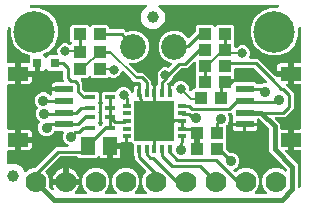
<source format=gbr>
G04 EAGLE Gerber RS-274X export*
G75*
%MOMM*%
%FSLAX34Y34*%
%LPD*%
%INTop Copper*%
%IPPOS*%
%AMOC8*
5,1,8,0,0,1.08239X$1,22.5*%
G01*
%ADD10R,1.075000X1.000000*%
%ADD11C,2.184400*%
%ADD12C,1.778000*%
%ADD13R,1.240000X1.500000*%
%ADD14C,3.516000*%
%ADD15R,1.550000X0.600000*%
%ADD16R,1.800000X1.200000*%
%ADD17C,1.000000*%
%ADD18R,0.800000X0.800000*%
%ADD19R,0.900000X0.450000*%
%ADD20R,0.400000X0.750000*%
%ADD21R,0.750000X0.400000*%
%ADD22R,3.350000X3.350000*%
%ADD23C,0.906400*%
%ADD24C,0.254000*%
%ADD25C,0.304800*%
%ADD26C,0.406400*%
%ADD27C,0.203200*%
%ADD28C,0.800100*%

G36*
X127118Y52081D02*
X127118Y52081D01*
X127237Y52088D01*
X127275Y52101D01*
X127316Y52106D01*
X127426Y52150D01*
X127540Y52186D01*
X127574Y52208D01*
X127611Y52223D01*
X127708Y52293D01*
X127808Y52357D01*
X127836Y52386D01*
X127869Y52410D01*
X127945Y52502D01*
X128026Y52588D01*
X128046Y52624D01*
X128072Y52655D01*
X128122Y52762D01*
X128180Y52867D01*
X128190Y52906D01*
X128207Y52942D01*
X128229Y53059D01*
X128259Y53175D01*
X128263Y53235D01*
X128267Y53255D01*
X128266Y53275D01*
X128269Y53335D01*
X128269Y59626D01*
X128270Y59626D01*
X128388Y59641D01*
X128507Y59648D01*
X128545Y59661D01*
X128585Y59666D01*
X128696Y59709D01*
X128809Y59746D01*
X128844Y59768D01*
X128881Y59783D01*
X128977Y59852D01*
X129078Y59916D01*
X129106Y59946D01*
X129138Y59969D01*
X129214Y60061D01*
X129296Y60148D01*
X129315Y60183D01*
X129341Y60214D01*
X129392Y60322D01*
X129449Y60426D01*
X129460Y60466D01*
X129477Y60502D01*
X129499Y60619D01*
X129529Y60734D01*
X129533Y60794D01*
X129537Y60814D01*
X129535Y60835D01*
X129539Y60895D01*
X129539Y74296D01*
X142940Y74296D01*
X143058Y74311D01*
X143177Y74318D01*
X143215Y74331D01*
X143256Y74336D01*
X143366Y74379D01*
X143479Y74416D01*
X143514Y74438D01*
X143551Y74453D01*
X143647Y74523D01*
X143748Y74586D01*
X143776Y74616D01*
X143809Y74640D01*
X143885Y74731D01*
X143966Y74818D01*
X143986Y74853D01*
X144011Y74884D01*
X144062Y74992D01*
X144120Y75096D01*
X144130Y75136D01*
X144147Y75172D01*
X144169Y75289D01*
X144199Y75404D01*
X144203Y75465D01*
X144207Y75485D01*
X144205Y75505D01*
X144209Y75565D01*
X144209Y75566D01*
X149231Y75566D01*
X149231Y70335D01*
X149246Y70217D01*
X149253Y70098D01*
X149265Y70060D01*
X149270Y70020D01*
X149314Y69909D01*
X149351Y69796D01*
X149373Y69762D01*
X149387Y69724D01*
X149457Y69628D01*
X149521Y69527D01*
X149551Y69499D01*
X149574Y69467D01*
X149666Y69391D01*
X149753Y69309D01*
X149788Y69290D01*
X149819Y69264D01*
X149927Y69213D01*
X150031Y69156D01*
X150070Y69146D01*
X150107Y69128D01*
X150224Y69106D01*
X150339Y69076D01*
X150399Y69072D01*
X150419Y69069D01*
X150420Y69069D01*
X150440Y69070D01*
X150500Y69066D01*
X150618Y69081D01*
X150737Y69088D01*
X150775Y69101D01*
X150816Y69106D01*
X150926Y69150D01*
X151040Y69186D01*
X151074Y69208D01*
X151111Y69223D01*
X151208Y69293D01*
X151308Y69357D01*
X151336Y69386D01*
X151369Y69410D01*
X151445Y69502D01*
X151526Y69588D01*
X151546Y69624D01*
X151572Y69655D01*
X151622Y69762D01*
X151680Y69867D01*
X151690Y69906D01*
X151707Y69942D01*
X151729Y70059D01*
X151759Y70175D01*
X151763Y70235D01*
X151767Y70255D01*
X151766Y70275D01*
X151769Y70335D01*
X151769Y76835D01*
X151754Y76953D01*
X151747Y77072D01*
X151735Y77110D01*
X151730Y77150D01*
X151686Y77261D01*
X151649Y77374D01*
X151627Y77408D01*
X151613Y77446D01*
X151543Y77542D01*
X151479Y77643D01*
X151478Y77643D01*
X151449Y77671D01*
X151426Y77703D01*
X151425Y77704D01*
X151333Y77780D01*
X151247Y77861D01*
X151211Y77881D01*
X151180Y77907D01*
X151073Y77957D01*
X150968Y78015D01*
X150929Y78025D01*
X150893Y78042D01*
X150776Y78064D01*
X150660Y78094D01*
X150600Y78098D01*
X150580Y78102D01*
X150560Y78101D01*
X150500Y78104D01*
X144209Y78104D01*
X144209Y78105D01*
X144194Y78223D01*
X144187Y78342D01*
X144174Y78380D01*
X144169Y78420D01*
X144126Y78531D01*
X144089Y78644D01*
X144067Y78678D01*
X144052Y78716D01*
X143983Y78812D01*
X143919Y78913D01*
X143889Y78941D01*
X143866Y78973D01*
X143774Y79049D01*
X143687Y79131D01*
X143652Y79151D01*
X143621Y79176D01*
X143513Y79227D01*
X143409Y79284D01*
X143369Y79295D01*
X143333Y79312D01*
X143216Y79334D01*
X143101Y79364D01*
X143041Y79368D01*
X143021Y79372D01*
X143000Y79370D01*
X142940Y79374D01*
X129539Y79374D01*
X129539Y92775D01*
X129524Y92893D01*
X129517Y93012D01*
X129504Y93050D01*
X129499Y93091D01*
X129456Y93201D01*
X129419Y93314D01*
X129397Y93349D01*
X129382Y93386D01*
X129312Y93482D01*
X129249Y93583D01*
X129219Y93611D01*
X129195Y93644D01*
X129104Y93720D01*
X129017Y93801D01*
X128982Y93821D01*
X128950Y93846D01*
X128843Y93897D01*
X128739Y93955D01*
X128699Y93965D01*
X128663Y93982D01*
X128546Y94004D01*
X128431Y94034D01*
X128370Y94038D01*
X128350Y94042D01*
X128330Y94040D01*
X128270Y94044D01*
X128269Y94044D01*
X128269Y100335D01*
X128269Y106626D01*
X128420Y106626D01*
X128538Y106641D01*
X128657Y106648D01*
X128695Y106661D01*
X128736Y106666D01*
X128846Y106709D01*
X128959Y106746D01*
X128994Y106768D01*
X129031Y106783D01*
X129127Y106852D01*
X129228Y106916D01*
X129256Y106946D01*
X129289Y106969D01*
X129365Y107061D01*
X129446Y107148D01*
X129466Y107183D01*
X129491Y107214D01*
X129542Y107322D01*
X129600Y107426D01*
X129610Y107466D01*
X129627Y107502D01*
X129649Y107619D01*
X129679Y107734D01*
X129683Y107794D01*
X129687Y107814D01*
X129685Y107835D01*
X129689Y107895D01*
X129689Y110948D01*
X130058Y111317D01*
X130076Y111340D01*
X130098Y111359D01*
X130173Y111465D01*
X130252Y111568D01*
X130264Y111595D01*
X130281Y111619D01*
X130327Y111741D01*
X130379Y111860D01*
X130383Y111889D01*
X130394Y111917D01*
X130408Y112046D01*
X130429Y112174D01*
X130426Y112203D01*
X130429Y112233D01*
X130411Y112361D01*
X130399Y112491D01*
X130389Y112518D01*
X130385Y112548D01*
X130333Y112700D01*
X129666Y114309D01*
X129666Y116911D01*
X130662Y119315D01*
X132502Y121155D01*
X134906Y122151D01*
X137509Y122151D01*
X138219Y121857D01*
X138248Y121849D01*
X138274Y121836D01*
X138401Y121807D01*
X138526Y121773D01*
X138556Y121772D01*
X138585Y121766D01*
X138714Y121770D01*
X138844Y121768D01*
X138873Y121775D01*
X138902Y121776D01*
X139027Y121812D01*
X139153Y121842D01*
X139180Y121856D01*
X139208Y121864D01*
X139320Y121930D01*
X139435Y121991D01*
X139456Y122010D01*
X139482Y122025D01*
X139603Y122132D01*
X141666Y124195D01*
X141697Y124235D01*
X141733Y124268D01*
X141794Y124360D01*
X141861Y124447D01*
X141881Y124492D01*
X141908Y124534D01*
X141944Y124637D01*
X141987Y124738D01*
X141995Y124787D01*
X142011Y124834D01*
X142020Y124944D01*
X142037Y125052D01*
X142033Y125102D01*
X142036Y125151D01*
X142018Y125260D01*
X142007Y125369D01*
X141991Y125416D01*
X141982Y125465D01*
X141937Y125565D01*
X141900Y125668D01*
X141872Y125710D01*
X141851Y125755D01*
X141783Y125841D01*
X141721Y125931D01*
X141684Y125964D01*
X141653Y126003D01*
X141565Y126069D01*
X141483Y126142D01*
X141439Y126165D01*
X141399Y126194D01*
X141254Y126265D01*
X136374Y128287D01*
X132587Y132074D01*
X130537Y137022D01*
X130537Y142378D01*
X132587Y147326D01*
X136374Y151113D01*
X141322Y153163D01*
X146678Y153163D01*
X151626Y151113D01*
X155410Y147329D01*
X155504Y147256D01*
X155593Y147177D01*
X155629Y147159D01*
X155661Y147134D01*
X155771Y147087D01*
X155877Y147033D01*
X155916Y147024D01*
X155953Y147008D01*
X156071Y146989D01*
X156187Y146963D01*
X156227Y146964D01*
X156267Y146958D01*
X156386Y146969D01*
X156505Y146973D01*
X156544Y146984D01*
X156584Y146988D01*
X156696Y147028D01*
X156810Y147061D01*
X156845Y147082D01*
X156883Y147095D01*
X156982Y147162D01*
X157084Y147223D01*
X157129Y147263D01*
X157146Y147274D01*
X157160Y147289D01*
X157205Y147329D01*
X161648Y151772D01*
X161708Y151850D01*
X161776Y151922D01*
X161805Y151975D01*
X161842Y152023D01*
X161882Y152114D01*
X161930Y152201D01*
X161945Y152259D01*
X161969Y152315D01*
X161984Y152413D01*
X162009Y152509D01*
X162015Y152609D01*
X162019Y152629D01*
X162017Y152641D01*
X162019Y152669D01*
X162019Y156547D01*
X163508Y158036D01*
X176362Y158036D01*
X177537Y156861D01*
X177632Y156788D01*
X177721Y156709D01*
X177757Y156691D01*
X177789Y156666D01*
X177898Y156618D01*
X178004Y156564D01*
X178043Y156555D01*
X178081Y156539D01*
X178198Y156521D01*
X178314Y156495D01*
X178355Y156496D01*
X178395Y156490D01*
X178513Y156501D01*
X178632Y156504D01*
X178671Y156516D01*
X178711Y156519D01*
X178824Y156560D01*
X178938Y156593D01*
X178972Y156613D01*
X179011Y156627D01*
X179109Y156694D01*
X179212Y156754D01*
X179257Y156794D01*
X179274Y156806D01*
X179287Y156821D01*
X179332Y156861D01*
X180508Y158036D01*
X193362Y158036D01*
X194851Y156547D01*
X194851Y144286D01*
X194837Y144258D01*
X194828Y144219D01*
X194812Y144182D01*
X194793Y144064D01*
X194767Y143948D01*
X194768Y143908D01*
X194762Y143868D01*
X194773Y143750D01*
X194777Y143630D01*
X194788Y143591D01*
X194792Y143551D01*
X194832Y143439D01*
X194851Y143375D01*
X194851Y139844D01*
X194868Y139706D01*
X194881Y139567D01*
X194888Y139548D01*
X194891Y139528D01*
X194942Y139399D01*
X194989Y139268D01*
X195000Y139251D01*
X195008Y139232D01*
X195089Y139120D01*
X195167Y139005D01*
X195183Y138991D01*
X195194Y138975D01*
X195302Y138886D01*
X195406Y138794D01*
X195424Y138785D01*
X195439Y138772D01*
X195565Y138713D01*
X195689Y138650D01*
X195709Y138645D01*
X195727Y138637D01*
X195864Y138611D01*
X195999Y138580D01*
X196020Y138581D01*
X196039Y138577D01*
X196178Y138586D01*
X196317Y138590D01*
X196337Y138595D01*
X196357Y138597D01*
X196489Y138639D01*
X196623Y138678D01*
X196640Y138688D01*
X196659Y138695D01*
X196777Y138769D01*
X196897Y138840D01*
X196918Y138858D01*
X196928Y138865D01*
X196942Y138880D01*
X197017Y138946D01*
X197792Y139721D01*
X200196Y140717D01*
X202799Y140717D01*
X205203Y139721D01*
X207043Y137881D01*
X208039Y135477D01*
X208039Y132874D01*
X207385Y131296D01*
X207372Y131248D01*
X207351Y131203D01*
X207330Y131095D01*
X207301Y130989D01*
X207300Y130939D01*
X207291Y130890D01*
X207298Y130781D01*
X207296Y130671D01*
X207308Y130623D01*
X207311Y130573D01*
X207344Y130469D01*
X207370Y130362D01*
X207393Y130318D01*
X207409Y130271D01*
X207467Y130178D01*
X207519Y130081D01*
X207552Y130044D01*
X207579Y130002D01*
X207659Y129927D01*
X207733Y129845D01*
X207774Y129818D01*
X207810Y129784D01*
X207907Y129731D01*
X207998Y129671D01*
X208045Y129654D01*
X208089Y129630D01*
X208195Y129603D01*
X208299Y129567D01*
X208349Y129563D01*
X208397Y129551D01*
X208558Y129541D01*
X214441Y129541D01*
X227795Y116187D01*
X227860Y116136D01*
X227918Y116078D01*
X227985Y116039D01*
X228046Y115992D01*
X228062Y115985D01*
X229227Y114757D01*
X229316Y114683D01*
X229401Y114604D01*
X229439Y114583D01*
X229473Y114555D01*
X229578Y114506D01*
X229679Y114450D01*
X229721Y114440D01*
X229761Y114421D01*
X229875Y114400D01*
X229987Y114371D01*
X230053Y114367D01*
X230074Y114363D01*
X230093Y114364D01*
X230148Y114361D01*
X239921Y114361D01*
X239921Y108359D01*
X239819Y108359D01*
X239682Y108342D01*
X239543Y108329D01*
X239524Y108322D01*
X239504Y108319D01*
X239375Y108268D01*
X239244Y108221D01*
X239227Y108210D01*
X239208Y108202D01*
X239095Y108121D01*
X238980Y108043D01*
X238967Y108027D01*
X238951Y108016D01*
X238862Y107908D01*
X238770Y107804D01*
X238761Y107786D01*
X238748Y107771D01*
X238689Y107645D01*
X238625Y107521D01*
X238621Y107501D01*
X238612Y107483D01*
X238586Y107346D01*
X238556Y107211D01*
X238556Y107190D01*
X238552Y107171D01*
X238561Y107032D01*
X238565Y106893D01*
X238571Y106873D01*
X238572Y106853D01*
X238615Y106721D01*
X238654Y106587D01*
X238664Y106570D01*
X238670Y106551D01*
X238745Y106433D01*
X238815Y106313D01*
X238834Y106292D01*
X238840Y106282D01*
X238855Y106268D01*
X238922Y106193D01*
X242507Y102607D01*
X245111Y100003D01*
X245111Y87322D01*
X237878Y80089D01*
X230432Y80089D01*
X230294Y80072D01*
X230155Y80059D01*
X230136Y80052D01*
X230116Y80049D01*
X229987Y79998D01*
X229856Y79951D01*
X229839Y79940D01*
X229821Y79932D01*
X229708Y79851D01*
X229593Y79773D01*
X229580Y79757D01*
X229563Y79746D01*
X229474Y79638D01*
X229383Y79534D01*
X229373Y79516D01*
X229360Y79501D01*
X229301Y79374D01*
X229238Y79251D01*
X229233Y79231D01*
X229225Y79213D01*
X229199Y79077D01*
X229168Y78941D01*
X229169Y78920D01*
X229165Y78901D01*
X229174Y78762D01*
X229178Y78623D01*
X229184Y78603D01*
X229185Y78583D01*
X229228Y78451D01*
X229266Y78317D01*
X229277Y78300D01*
X229283Y78281D01*
X229357Y78163D01*
X229428Y78043D01*
X229446Y78022D01*
X229453Y78012D01*
X229468Y77998D01*
X229534Y77923D01*
X233461Y73996D01*
X233461Y70710D01*
X233476Y70592D01*
X233483Y70473D01*
X233496Y70435D01*
X233501Y70394D01*
X233544Y70284D01*
X233581Y70171D01*
X233603Y70136D01*
X233618Y70099D01*
X233687Y70003D01*
X233751Y69902D01*
X233781Y69874D01*
X233804Y69841D01*
X233896Y69765D01*
X233983Y69684D01*
X234018Y69664D01*
X234049Y69639D01*
X234157Y69588D01*
X234261Y69530D01*
X234301Y69520D01*
X234337Y69503D01*
X234454Y69481D01*
X234569Y69451D01*
X234629Y69447D01*
X234649Y69443D01*
X234670Y69445D01*
X234730Y69441D01*
X239921Y69441D01*
X239921Y62170D01*
X239936Y62052D01*
X239943Y61933D01*
X239956Y61895D01*
X239961Y61855D01*
X240004Y61744D01*
X240041Y61631D01*
X240063Y61596D01*
X240078Y61559D01*
X240148Y61463D01*
X240211Y61362D01*
X240241Y61334D01*
X240265Y61302D01*
X240356Y61226D01*
X240443Y61144D01*
X240478Y61125D01*
X240509Y61099D01*
X240617Y61048D01*
X240721Y60991D01*
X240761Y60980D01*
X240797Y60963D01*
X240914Y60941D01*
X241029Y60911D01*
X241090Y60907D01*
X241110Y60903D01*
X241130Y60905D01*
X241190Y60901D01*
X243730Y60901D01*
X243848Y60916D01*
X243967Y60923D01*
X244005Y60936D01*
X244045Y60941D01*
X244156Y60985D01*
X244269Y61021D01*
X244304Y61043D01*
X244341Y61058D01*
X244437Y61128D01*
X244538Y61191D01*
X244566Y61221D01*
X244598Y61245D01*
X244674Y61336D01*
X244756Y61423D01*
X244775Y61458D01*
X244801Y61490D01*
X244852Y61597D01*
X244909Y61701D01*
X244920Y61741D01*
X244937Y61777D01*
X244959Y61894D01*
X244989Y62009D01*
X244993Y62070D01*
X244997Y62090D01*
X244995Y62110D01*
X244999Y62170D01*
X244999Y69441D01*
X250190Y69441D01*
X250308Y69456D01*
X250427Y69463D01*
X250465Y69475D01*
X250506Y69481D01*
X250616Y69524D01*
X250729Y69561D01*
X250764Y69583D01*
X250801Y69598D01*
X250897Y69667D01*
X250998Y69731D01*
X251026Y69761D01*
X251059Y69784D01*
X251134Y69876D01*
X251216Y69963D01*
X251236Y69998D01*
X251261Y70029D01*
X251312Y70137D01*
X251370Y70241D01*
X251380Y70281D01*
X251397Y70317D01*
X251419Y70434D01*
X251449Y70549D01*
X251453Y70609D01*
X251457Y70629D01*
X251455Y70650D01*
X251459Y70710D01*
X251459Y107090D01*
X251444Y107208D01*
X251437Y107327D01*
X251424Y107365D01*
X251419Y107406D01*
X251376Y107516D01*
X251339Y107629D01*
X251317Y107664D01*
X251302Y107701D01*
X251233Y107797D01*
X251169Y107898D01*
X251139Y107926D01*
X251116Y107959D01*
X251024Y108035D01*
X250937Y108116D01*
X250902Y108136D01*
X250871Y108161D01*
X250763Y108212D01*
X250659Y108270D01*
X250619Y108280D01*
X250583Y108297D01*
X250466Y108319D01*
X250351Y108349D01*
X250291Y108353D01*
X250271Y108357D01*
X250250Y108355D01*
X250190Y108359D01*
X244999Y108359D01*
X244999Y115630D01*
X244984Y115748D01*
X244977Y115867D01*
X244964Y115905D01*
X244959Y115945D01*
X244915Y116056D01*
X244879Y116169D01*
X244857Y116204D01*
X244842Y116241D01*
X244772Y116337D01*
X244709Y116438D01*
X244679Y116466D01*
X244655Y116498D01*
X244564Y116574D01*
X244477Y116656D01*
X244442Y116675D01*
X244410Y116701D01*
X244303Y116752D01*
X244199Y116809D01*
X244159Y116820D01*
X244123Y116837D01*
X244006Y116859D01*
X243891Y116889D01*
X243830Y116893D01*
X243810Y116897D01*
X243790Y116895D01*
X243730Y116899D01*
X242459Y116899D01*
X242459Y116901D01*
X243730Y116901D01*
X243848Y116916D01*
X243967Y116923D01*
X244005Y116936D01*
X244045Y116941D01*
X244156Y116985D01*
X244269Y117021D01*
X244304Y117043D01*
X244341Y117058D01*
X244437Y117128D01*
X244538Y117191D01*
X244566Y117221D01*
X244598Y117245D01*
X244674Y117336D01*
X244756Y117423D01*
X244775Y117458D01*
X244801Y117490D01*
X244852Y117597D01*
X244909Y117701D01*
X244920Y117741D01*
X244937Y117777D01*
X244959Y117894D01*
X244989Y118009D01*
X244993Y118070D01*
X244997Y118090D01*
X244995Y118110D01*
X244999Y118170D01*
X244999Y125441D01*
X250190Y125441D01*
X250308Y125456D01*
X250427Y125463D01*
X250465Y125476D01*
X250506Y125481D01*
X250616Y125524D01*
X250729Y125561D01*
X250764Y125583D01*
X250801Y125598D01*
X250897Y125667D01*
X250998Y125731D01*
X251026Y125761D01*
X251059Y125784D01*
X251134Y125876D01*
X251216Y125963D01*
X251236Y125998D01*
X251261Y126029D01*
X251312Y126137D01*
X251370Y126241D01*
X251380Y126280D01*
X251397Y126317D01*
X251419Y126434D01*
X251449Y126549D01*
X251453Y126609D01*
X251457Y126629D01*
X251455Y126650D01*
X251459Y126710D01*
X251459Y152400D01*
X251457Y152422D01*
X251455Y152500D01*
X251255Y155041D01*
X251233Y155149D01*
X251219Y155257D01*
X251201Y155304D01*
X251191Y155353D01*
X251143Y155451D01*
X251102Y155553D01*
X251073Y155594D01*
X251051Y155639D01*
X250980Y155722D01*
X250916Y155810D01*
X250877Y155842D01*
X250845Y155880D01*
X250755Y155943D01*
X250671Y156013D01*
X250625Y156035D01*
X250584Y156063D01*
X250482Y156102D01*
X250383Y156149D01*
X250334Y156158D01*
X250287Y156176D01*
X250178Y156188D01*
X250070Y156209D01*
X250021Y156205D01*
X249971Y156211D01*
X249862Y156196D01*
X249753Y156189D01*
X249705Y156173D01*
X249656Y156166D01*
X249555Y156125D01*
X249451Y156091D01*
X249408Y156064D01*
X249362Y156045D01*
X249274Y155979D01*
X249182Y155921D01*
X249148Y155884D01*
X249108Y155854D01*
X249039Y155769D01*
X248964Y155689D01*
X248940Y155645D01*
X248908Y155606D01*
X248863Y155506D01*
X248810Y155411D01*
X248798Y155362D01*
X248777Y155317D01*
X248758Y155209D01*
X248731Y155103D01*
X248726Y155025D01*
X248722Y155003D01*
X248723Y154973D01*
X248721Y154942D01*
X248721Y148398D01*
X245658Y141003D01*
X239997Y135342D01*
X232602Y132279D01*
X224598Y132279D01*
X217203Y135342D01*
X215194Y137351D01*
X215165Y137373D01*
X215118Y137427D01*
X211542Y141003D01*
X210278Y144056D01*
X210243Y144116D01*
X210218Y144181D01*
X210210Y144194D01*
X210158Y144345D01*
X208479Y148398D01*
X208479Y152212D01*
X208473Y152264D01*
X208475Y152316D01*
X208462Y152402D01*
X208469Y152427D01*
X208479Y152588D01*
X208479Y156402D01*
X210158Y160455D01*
X210168Y160490D01*
X210184Y160522D01*
X210204Y160596D01*
X210207Y160599D01*
X210278Y160744D01*
X211542Y163797D01*
X215118Y167373D01*
X215130Y167389D01*
X215145Y167401D01*
X215160Y167419D01*
X215176Y167433D01*
X215184Y167439D01*
X215187Y167443D01*
X215194Y167449D01*
X217203Y169458D01*
X224598Y172521D01*
X231142Y172521D01*
X231251Y172534D01*
X231360Y172540D01*
X231408Y172554D01*
X231457Y172561D01*
X231559Y172601D01*
X231664Y172633D01*
X231707Y172659D01*
X231753Y172678D01*
X231842Y172742D01*
X231935Y172799D01*
X231970Y172835D01*
X232010Y172864D01*
X232080Y172949D01*
X232157Y173027D01*
X232181Y173071D01*
X232213Y173109D01*
X232260Y173208D01*
X232314Y173304D01*
X232328Y173352D01*
X232349Y173397D01*
X232369Y173505D01*
X232398Y173610D01*
X232399Y173660D01*
X232409Y173709D01*
X232402Y173819D01*
X232404Y173928D01*
X232392Y173977D01*
X232389Y174027D01*
X232355Y174131D01*
X232330Y174238D01*
X232306Y174282D01*
X232291Y174329D01*
X232232Y174422D01*
X232181Y174519D01*
X232147Y174556D01*
X232121Y174598D01*
X232041Y174673D01*
X231967Y174754D01*
X231925Y174782D01*
X231889Y174816D01*
X231793Y174869D01*
X231702Y174929D01*
X231654Y174945D01*
X231611Y174970D01*
X231505Y174997D01*
X231401Y175033D01*
X231324Y175044D01*
X231303Y175049D01*
X231272Y175051D01*
X231241Y175055D01*
X228700Y175255D01*
X228678Y175254D01*
X228600Y175259D01*
X131598Y175259D01*
X131454Y175241D01*
X131309Y175226D01*
X131296Y175221D01*
X131283Y175219D01*
X131147Y175166D01*
X131011Y175115D01*
X130999Y175107D01*
X130987Y175102D01*
X130869Y175017D01*
X130749Y174934D01*
X130740Y174923D01*
X130730Y174916D01*
X130637Y174804D01*
X130541Y174693D01*
X130535Y174681D01*
X130527Y174671D01*
X130465Y174539D01*
X130400Y174408D01*
X130397Y174395D01*
X130391Y174383D01*
X130364Y174241D01*
X130333Y174097D01*
X130334Y174084D01*
X130331Y174071D01*
X130340Y173926D01*
X130346Y173780D01*
X130350Y173766D01*
X130351Y173753D01*
X130396Y173615D01*
X130438Y173475D01*
X130445Y173463D01*
X130449Y173451D01*
X130527Y173328D01*
X130602Y173203D01*
X130612Y173193D01*
X130619Y173182D01*
X130725Y173082D01*
X130829Y172980D01*
X130845Y172970D01*
X130851Y172964D01*
X130866Y172956D01*
X130963Y172891D01*
X132987Y171722D01*
X135644Y167121D01*
X135644Y161809D01*
X132987Y157208D01*
X128386Y154551D01*
X123074Y154551D01*
X118473Y157208D01*
X115816Y161809D01*
X115816Y167121D01*
X118473Y171722D01*
X120497Y172891D01*
X120613Y172979D01*
X120730Y173064D01*
X120739Y173075D01*
X120750Y173083D01*
X120840Y173197D01*
X120933Y173309D01*
X120939Y173322D01*
X120947Y173332D01*
X121007Y173466D01*
X121069Y173597D01*
X121071Y173610D01*
X121077Y173623D01*
X121101Y173767D01*
X121129Y173910D01*
X121128Y173923D01*
X121130Y173936D01*
X121118Y174082D01*
X121109Y174227D01*
X121105Y174240D01*
X121104Y174253D01*
X121056Y174391D01*
X121011Y174529D01*
X121004Y174541D01*
X120999Y174554D01*
X120919Y174675D01*
X120841Y174798D01*
X120831Y174807D01*
X120823Y174819D01*
X120716Y174916D01*
X120609Y175016D01*
X120597Y175023D01*
X120587Y175032D01*
X120458Y175099D01*
X120331Y175170D01*
X120317Y175173D01*
X120305Y175179D01*
X120163Y175213D01*
X120023Y175249D01*
X120004Y175250D01*
X119996Y175252D01*
X119979Y175252D01*
X119862Y175259D01*
X25400Y175259D01*
X25378Y175257D01*
X25300Y175255D01*
X22759Y175055D01*
X22651Y175033D01*
X22543Y175019D01*
X22496Y175001D01*
X22447Y174991D01*
X22349Y174943D01*
X22247Y174902D01*
X22206Y174873D01*
X22161Y174851D01*
X22078Y174780D01*
X21990Y174716D01*
X21958Y174677D01*
X21920Y174645D01*
X21857Y174555D01*
X21787Y174471D01*
X21765Y174425D01*
X21737Y174384D01*
X21698Y174282D01*
X21651Y174183D01*
X21642Y174134D01*
X21624Y174087D01*
X21612Y173978D01*
X21591Y173870D01*
X21595Y173821D01*
X21589Y173771D01*
X21604Y173662D01*
X21611Y173553D01*
X21627Y173505D01*
X21634Y173456D01*
X21675Y173355D01*
X21709Y173251D01*
X21736Y173208D01*
X21755Y173162D01*
X21821Y173074D01*
X21879Y172982D01*
X21916Y172948D01*
X21946Y172908D01*
X22031Y172839D01*
X22111Y172764D01*
X22155Y172740D01*
X22194Y172708D01*
X22294Y172663D01*
X22389Y172610D01*
X22438Y172598D01*
X22483Y172577D01*
X22591Y172558D01*
X22697Y172531D01*
X22775Y172526D01*
X22797Y172522D01*
X22827Y172523D01*
X22858Y172521D01*
X29402Y172521D01*
X36797Y169458D01*
X42458Y163797D01*
X45521Y156402D01*
X45521Y148398D01*
X42458Y141003D01*
X36797Y135342D01*
X33715Y134066D01*
X33666Y134038D01*
X33614Y134018D01*
X33529Y133959D01*
X33439Y133908D01*
X33399Y133869D01*
X33352Y133837D01*
X33285Y133759D01*
X33211Y133687D01*
X33181Y133639D01*
X33144Y133596D01*
X33098Y133504D01*
X33044Y133416D01*
X33028Y133362D01*
X33003Y133311D01*
X32981Y133211D01*
X32951Y133112D01*
X32948Y133056D01*
X32936Y133000D01*
X32941Y132897D01*
X32936Y132794D01*
X32947Y132739D01*
X32949Y132683D01*
X32979Y132584D01*
X33000Y132483D01*
X33025Y132432D01*
X33041Y132378D01*
X33094Y132290D01*
X33140Y132197D01*
X33176Y132154D01*
X33206Y132106D01*
X33279Y132034D01*
X33346Y131955D01*
X33392Y131923D01*
X33432Y131883D01*
X33567Y131794D01*
X33620Y131763D01*
X34093Y131290D01*
X34340Y130863D01*
X34406Y130775D01*
X34457Y130696D01*
X34469Y130683D01*
X34486Y130658D01*
X34512Y130636D01*
X34532Y130609D01*
X34631Y130531D01*
X34642Y130521D01*
X34688Y130478D01*
X34696Y130473D01*
X34725Y130448D01*
X34755Y130433D01*
X34781Y130412D01*
X34896Y130360D01*
X34958Y130329D01*
X34967Y130324D01*
X34968Y130324D01*
X35008Y130303D01*
X35041Y130296D01*
X35072Y130282D01*
X35196Y130261D01*
X35318Y130234D01*
X35352Y130235D01*
X35385Y130229D01*
X35511Y130240D01*
X35636Y130243D01*
X35669Y130253D01*
X35702Y130256D01*
X35754Y130273D01*
X35761Y130274D01*
X35796Y130288D01*
X35821Y130297D01*
X35942Y130332D01*
X35971Y130349D01*
X36003Y130360D01*
X36040Y130385D01*
X36057Y130391D01*
X36117Y130435D01*
X36216Y130493D01*
X36252Y130526D01*
X36268Y130536D01*
X36282Y130552D01*
X36303Y130570D01*
X36314Y130578D01*
X36320Y130585D01*
X36337Y130600D01*
X38008Y132271D01*
X43954Y132271D01*
X44004Y132277D01*
X44053Y132275D01*
X44161Y132297D01*
X44270Y132311D01*
X44316Y132329D01*
X44365Y132339D01*
X44464Y132387D01*
X44566Y132428D01*
X44606Y132457D01*
X44651Y132479D01*
X44734Y132550D01*
X44823Y132614D01*
X44855Y132653D01*
X44892Y132685D01*
X44956Y132775D01*
X45026Y132859D01*
X45047Y132904D01*
X45076Y132945D01*
X45114Y133048D01*
X45161Y133147D01*
X45171Y133196D01*
X45188Y133242D01*
X45200Y133352D01*
X45221Y133459D01*
X45218Y133509D01*
X45224Y133558D01*
X45208Y133667D01*
X45201Y133777D01*
X45186Y133824D01*
X45179Y133873D01*
X45127Y134026D01*
X44894Y134589D01*
X44894Y137191D01*
X45890Y139595D01*
X47730Y141435D01*
X50134Y142431D01*
X52736Y142431D01*
X55037Y141478D01*
X55065Y141470D01*
X55092Y141457D01*
X55219Y141429D01*
X55344Y141394D01*
X55373Y141394D01*
X55402Y141387D01*
X55532Y141391D01*
X55662Y141389D01*
X55691Y141396D01*
X55720Y141397D01*
X55844Y141433D01*
X55971Y141463D01*
X55997Y141477D01*
X56026Y141485D01*
X56137Y141551D01*
X56252Y141612D01*
X56274Y141632D01*
X56299Y141647D01*
X56420Y141753D01*
X56644Y141978D01*
X56717Y142072D01*
X56796Y142161D01*
X56815Y142197D01*
X56839Y142229D01*
X56887Y142338D01*
X56941Y142444D01*
X56950Y142483D01*
X56966Y142521D01*
X56984Y142639D01*
X57010Y142754D01*
X57009Y142795D01*
X57015Y142835D01*
X57004Y142953D01*
X57001Y143072D01*
X56989Y143111D01*
X56986Y143151D01*
X56945Y143263D01*
X56912Y143378D01*
X56892Y143413D01*
X56878Y143451D01*
X56811Y143549D01*
X56751Y143652D01*
X56711Y143697D01*
X56699Y143714D01*
X56684Y143727D01*
X56644Y143773D01*
X55974Y144443D01*
X55974Y156547D01*
X57463Y158036D01*
X70317Y158036D01*
X71493Y156861D01*
X71587Y156788D01*
X71676Y156709D01*
X71712Y156691D01*
X71744Y156666D01*
X71853Y156618D01*
X71959Y156564D01*
X71998Y156555D01*
X72036Y156539D01*
X72153Y156521D01*
X72269Y156495D01*
X72310Y156496D01*
X72350Y156490D01*
X72468Y156501D01*
X72587Y156504D01*
X72626Y156516D01*
X72666Y156519D01*
X72778Y156560D01*
X72893Y156593D01*
X72928Y156613D01*
X72966Y156627D01*
X73064Y156694D01*
X73167Y156754D01*
X73212Y156794D01*
X73229Y156806D01*
X73242Y156821D01*
X73288Y156861D01*
X74463Y158036D01*
X87317Y158036D01*
X88806Y156547D01*
X88806Y155575D01*
X88821Y155457D01*
X88828Y155338D01*
X88841Y155300D01*
X88846Y155259D01*
X88889Y155149D01*
X88926Y155036D01*
X88948Y155001D01*
X88963Y154964D01*
X89032Y154868D01*
X89096Y154767D01*
X89126Y154739D01*
X89149Y154706D01*
X89241Y154630D01*
X89328Y154549D01*
X89363Y154529D01*
X89394Y154504D01*
X89502Y154453D01*
X89606Y154395D01*
X89646Y154385D01*
X89682Y154368D01*
X89799Y154346D01*
X89914Y154316D01*
X89974Y154312D01*
X89994Y154308D01*
X90015Y154310D01*
X90075Y154306D01*
X97335Y154306D01*
X97400Y154314D01*
X97466Y154313D01*
X97558Y154334D01*
X97651Y154346D01*
X97712Y154370D01*
X97776Y154385D01*
X97786Y154390D01*
X99351Y154307D01*
X99369Y154309D01*
X99418Y154306D01*
X100982Y154306D01*
X102028Y153144D01*
X102041Y153132D01*
X102073Y153095D01*
X102670Y152498D01*
X102694Y152480D01*
X102713Y152458D01*
X102819Y152383D01*
X102922Y152303D01*
X102949Y152292D01*
X102973Y152275D01*
X103094Y152229D01*
X103214Y152177D01*
X103243Y152172D01*
X103270Y152162D01*
X103399Y152147D01*
X103528Y152127D01*
X103557Y152130D01*
X103586Y152127D01*
X103715Y152145D01*
X103844Y152157D01*
X103872Y152167D01*
X103901Y152171D01*
X104054Y152223D01*
X106322Y153163D01*
X111678Y153163D01*
X116626Y151113D01*
X120413Y147326D01*
X122463Y142378D01*
X122463Y137022D01*
X120413Y132074D01*
X116626Y128287D01*
X111678Y126237D01*
X106647Y126237D01*
X106509Y126220D01*
X106371Y126207D01*
X106351Y126200D01*
X106331Y126197D01*
X106202Y126146D01*
X106071Y126099D01*
X106054Y126088D01*
X106036Y126080D01*
X105923Y125999D01*
X105808Y125921D01*
X105795Y125905D01*
X105778Y125894D01*
X105690Y125786D01*
X105598Y125682D01*
X105588Y125664D01*
X105576Y125649D01*
X105516Y125523D01*
X105453Y125399D01*
X105449Y125379D01*
X105440Y125361D01*
X105414Y125225D01*
X105383Y125089D01*
X105384Y125068D01*
X105380Y125049D01*
X105389Y124910D01*
X105393Y124771D01*
X105399Y124751D01*
X105400Y124731D01*
X105443Y124599D01*
X105481Y124465D01*
X105492Y124448D01*
X105498Y124429D01*
X105572Y124311D01*
X105643Y124191D01*
X105662Y124170D01*
X105668Y124160D01*
X105683Y124146D01*
X105749Y124071D01*
X111972Y117847D01*
X112051Y117787D01*
X112123Y117719D01*
X112176Y117690D01*
X112224Y117653D01*
X112315Y117613D01*
X112401Y117565D01*
X112460Y117550D01*
X112516Y117526D01*
X112614Y117511D01*
X112709Y117486D01*
X112809Y117480D01*
X112830Y117476D01*
X112842Y117478D01*
X112870Y117476D01*
X117783Y117476D01*
X124311Y110948D01*
X124311Y107895D01*
X124326Y107777D01*
X124333Y107658D01*
X124346Y107620D01*
X124351Y107579D01*
X124394Y107468D01*
X124431Y107356D01*
X124453Y107321D01*
X124468Y107284D01*
X124538Y107187D01*
X124601Y107087D01*
X124631Y107059D01*
X124654Y107026D01*
X124746Y106950D01*
X124833Y106869D01*
X124868Y106849D01*
X124899Y106824D01*
X125007Y106773D01*
X125111Y106715D01*
X125151Y106705D01*
X125187Y106688D01*
X125304Y106666D01*
X125419Y106636D01*
X125479Y106632D01*
X125499Y106628D01*
X125520Y106630D01*
X125580Y106626D01*
X125731Y106626D01*
X125731Y100335D01*
X125731Y94044D01*
X125730Y94044D01*
X125612Y94029D01*
X125493Y94022D01*
X125455Y94009D01*
X125415Y94004D01*
X125304Y93961D01*
X125191Y93924D01*
X125156Y93902D01*
X125119Y93887D01*
X125023Y93818D01*
X124922Y93754D01*
X124894Y93724D01*
X124862Y93701D01*
X124786Y93609D01*
X124704Y93522D01*
X124684Y93487D01*
X124659Y93456D01*
X124608Y93348D01*
X124550Y93244D01*
X124540Y93204D01*
X124523Y93168D01*
X124501Y93051D01*
X124471Y92936D01*
X124467Y92876D01*
X124463Y92856D01*
X124465Y92835D01*
X124461Y92775D01*
X124461Y78105D01*
X124476Y77987D01*
X124483Y77868D01*
X124496Y77830D01*
X124501Y77790D01*
X124544Y77679D01*
X124581Y77566D01*
X124603Y77531D01*
X124618Y77494D01*
X124688Y77398D01*
X124751Y77297D01*
X124781Y77269D01*
X124805Y77237D01*
X124896Y77161D01*
X124983Y77079D01*
X125018Y77060D01*
X125049Y77034D01*
X125157Y76983D01*
X125261Y76926D01*
X125301Y76915D01*
X125337Y76898D01*
X125454Y76876D01*
X125569Y76846D01*
X125630Y76842D01*
X125650Y76838D01*
X125670Y76840D01*
X125730Y76836D01*
X127001Y76836D01*
X127001Y76834D01*
X125730Y76834D01*
X125612Y76819D01*
X125493Y76812D01*
X125455Y76799D01*
X125415Y76794D01*
X125304Y76750D01*
X125191Y76714D01*
X125156Y76692D01*
X125119Y76677D01*
X125023Y76607D01*
X124922Y76544D01*
X124894Y76514D01*
X124861Y76490D01*
X124786Y76399D01*
X124704Y76312D01*
X124684Y76277D01*
X124659Y76245D01*
X124608Y76138D01*
X124550Y76034D01*
X124540Y75994D01*
X124523Y75958D01*
X124501Y75841D01*
X124471Y75726D01*
X124467Y75665D01*
X124463Y75645D01*
X124465Y75625D01*
X124461Y75565D01*
X124461Y60895D01*
X124476Y60777D01*
X124483Y60658D01*
X124496Y60620D01*
X124501Y60579D01*
X124544Y60469D01*
X124581Y60356D01*
X124603Y60321D01*
X124618Y60284D01*
X124688Y60188D01*
X124751Y60087D01*
X124781Y60059D01*
X124805Y60026D01*
X124896Y59950D01*
X124983Y59869D01*
X125018Y59849D01*
X125049Y59824D01*
X125157Y59773D01*
X125261Y59715D01*
X125301Y59705D01*
X125337Y59688D01*
X125454Y59666D01*
X125569Y59636D01*
X125630Y59632D01*
X125650Y59628D01*
X125670Y59630D01*
X125730Y59626D01*
X125731Y59626D01*
X125731Y53335D01*
X125746Y53217D01*
X125753Y53098D01*
X125765Y53060D01*
X125770Y53020D01*
X125814Y52909D01*
X125851Y52796D01*
X125873Y52762D01*
X125887Y52724D01*
X125957Y52628D01*
X126021Y52527D01*
X126051Y52499D01*
X126074Y52467D01*
X126166Y52391D01*
X126253Y52309D01*
X126288Y52290D01*
X126319Y52264D01*
X126427Y52213D01*
X126531Y52156D01*
X126570Y52146D01*
X126607Y52128D01*
X126724Y52106D01*
X126839Y52076D01*
X126899Y52072D01*
X126919Y52069D01*
X126920Y52069D01*
X126940Y52070D01*
X127000Y52066D01*
X127118Y52081D01*
G37*
G36*
X18136Y33498D02*
X18136Y33498D01*
X18262Y33501D01*
X18294Y33511D01*
X18328Y33514D01*
X18447Y33555D01*
X18567Y33590D01*
X18596Y33607D01*
X18628Y33618D01*
X18733Y33688D01*
X18841Y33751D01*
X18878Y33784D01*
X18893Y33794D01*
X18908Y33810D01*
X18962Y33858D01*
X20195Y35091D01*
X24396Y36831D01*
X25836Y36831D01*
X25934Y36843D01*
X26033Y36846D01*
X26091Y36863D01*
X26151Y36871D01*
X26243Y36907D01*
X26339Y36935D01*
X26391Y36965D01*
X26447Y36988D01*
X26527Y37046D01*
X26612Y37096D01*
X26688Y37162D01*
X26704Y37174D01*
X26712Y37184D01*
X26733Y37202D01*
X44142Y54611D01*
X53113Y54611D01*
X53182Y54619D01*
X53252Y54618D01*
X53339Y54639D01*
X53428Y54651D01*
X53493Y54676D01*
X53561Y54693D01*
X53640Y54735D01*
X53724Y54768D01*
X53780Y54809D01*
X53842Y54841D01*
X53909Y54902D01*
X53981Y54954D01*
X54026Y55008D01*
X54077Y55055D01*
X54127Y55130D01*
X54184Y55199D01*
X54214Y55263D01*
X54252Y55321D01*
X54281Y55406D01*
X54320Y55487D01*
X54333Y55556D01*
X54355Y55622D01*
X54363Y55711D01*
X54379Y55799D01*
X54375Y55869D01*
X54381Y55939D01*
X54365Y56027D01*
X54360Y56117D01*
X54338Y56183D01*
X54326Y56252D01*
X54289Y56334D01*
X54262Y56419D01*
X54224Y56478D01*
X54196Y56542D01*
X54140Y56612D01*
X54091Y56688D01*
X54041Y56736D01*
X53997Y56790D01*
X53925Y56845D01*
X53860Y56906D01*
X53799Y56940D01*
X53743Y56982D01*
X53598Y57053D01*
X52509Y57504D01*
X50519Y59494D01*
X49442Y62093D01*
X49442Y64907D01*
X50145Y66604D01*
X50159Y66652D01*
X50180Y66697D01*
X50200Y66805D01*
X50229Y66911D01*
X50230Y66961D01*
X50239Y67010D01*
X50233Y67119D01*
X50234Y67229D01*
X50223Y67277D01*
X50220Y67327D01*
X50186Y67431D01*
X50160Y67538D01*
X50137Y67582D01*
X50122Y67629D01*
X50063Y67722D01*
X50012Y67819D01*
X49978Y67856D01*
X49952Y67898D01*
X49871Y67973D01*
X49798Y68055D01*
X49756Y68082D01*
X49720Y68116D01*
X49624Y68169D01*
X49532Y68229D01*
X49485Y68246D01*
X49441Y68270D01*
X49335Y68297D01*
X49231Y68333D01*
X49182Y68337D01*
X49133Y68349D01*
X48973Y68359D01*
X43073Y68359D01*
X43044Y68356D01*
X43015Y68358D01*
X42886Y68336D01*
X42758Y68319D01*
X42730Y68309D01*
X42701Y68304D01*
X42583Y68250D01*
X42462Y68202D01*
X42438Y68185D01*
X42411Y68173D01*
X42310Y68092D01*
X42205Y68016D01*
X42186Y67993D01*
X42163Y67974D01*
X42085Y67871D01*
X42002Y67771D01*
X41989Y67744D01*
X41972Y67720D01*
X41901Y67576D01*
X41709Y67114D01*
X39720Y65124D01*
X37120Y64047D01*
X34306Y64047D01*
X31707Y65124D01*
X29717Y67114D01*
X28641Y69713D01*
X28641Y72527D01*
X29722Y75137D01*
X29773Y75203D01*
X29851Y75292D01*
X29870Y75328D01*
X29894Y75360D01*
X29942Y75469D01*
X29996Y75575D01*
X30005Y75614D01*
X30021Y75652D01*
X30040Y75769D01*
X30066Y75885D01*
X30064Y75926D01*
X30071Y75966D01*
X30060Y76084D01*
X30056Y76203D01*
X30045Y76242D01*
X30041Y76282D01*
X30001Y76394D01*
X29967Y76509D01*
X29947Y76544D01*
X29933Y76582D01*
X29866Y76680D01*
X29806Y76783D01*
X29766Y76828D01*
X29755Y76845D01*
X29739Y76858D01*
X29700Y76904D01*
X27725Y78878D01*
X26649Y81477D01*
X26649Y84291D01*
X27725Y86890D01*
X28019Y87184D01*
X28092Y87278D01*
X28171Y87367D01*
X28189Y87403D01*
X28214Y87435D01*
X28261Y87544D01*
X28315Y87650D01*
X28324Y87690D01*
X28340Y87727D01*
X28359Y87845D01*
X28385Y87961D01*
X28384Y88001D01*
X28390Y88041D01*
X28379Y88160D01*
X28375Y88279D01*
X28364Y88317D01*
X28360Y88358D01*
X28320Y88470D01*
X28287Y88584D01*
X28266Y88619D01*
X28253Y88657D01*
X28186Y88755D01*
X28125Y88858D01*
X28085Y88903D01*
X28074Y88920D01*
X28059Y88933D01*
X28019Y88979D01*
X27024Y89974D01*
X25947Y92573D01*
X25947Y95387D01*
X27024Y97986D01*
X29014Y99976D01*
X31613Y101053D01*
X34427Y101053D01*
X37026Y99976D01*
X38295Y98707D01*
X38411Y98618D01*
X38524Y98526D01*
X38536Y98520D01*
X38547Y98512D01*
X38680Y98455D01*
X38813Y98394D01*
X38826Y98391D01*
X38838Y98386D01*
X38983Y98363D01*
X39126Y98337D01*
X39139Y98338D01*
X39152Y98336D01*
X39298Y98350D01*
X39443Y98360D01*
X39456Y98365D01*
X39469Y98366D01*
X39606Y98415D01*
X39744Y98461D01*
X39756Y98469D01*
X39768Y98473D01*
X39889Y98555D01*
X40011Y98634D01*
X40020Y98644D01*
X40031Y98652D01*
X40128Y98762D01*
X40227Y98868D01*
X40233Y98880D01*
X40242Y98890D01*
X40309Y99021D01*
X40377Y99148D01*
X40380Y99162D01*
X40387Y99174D01*
X40419Y99316D01*
X40453Y99457D01*
X40453Y99471D01*
X40456Y99484D01*
X40452Y99630D01*
X40450Y99775D01*
X40447Y99793D01*
X40447Y99802D01*
X40442Y99818D01*
X40419Y99933D01*
X40249Y100566D01*
X40249Y102401D01*
X50310Y102401D01*
X50428Y102416D01*
X50547Y102423D01*
X50585Y102435D01*
X50625Y102441D01*
X50736Y102484D01*
X50849Y102521D01*
X50883Y102543D01*
X50921Y102558D01*
X51017Y102627D01*
X51118Y102691D01*
X51146Y102721D01*
X51178Y102744D01*
X51254Y102836D01*
X51336Y102923D01*
X51355Y102958D01*
X51381Y102989D01*
X51432Y103097D01*
X51489Y103201D01*
X51499Y103241D01*
X51517Y103277D01*
X51539Y103394D01*
X51569Y103509D01*
X51573Y103569D01*
X51576Y103589D01*
X51575Y103610D01*
X51579Y103670D01*
X51579Y104130D01*
X51564Y104248D01*
X51557Y104367D01*
X51544Y104405D01*
X51539Y104446D01*
X51495Y104556D01*
X51459Y104669D01*
X51437Y104704D01*
X51422Y104741D01*
X51352Y104837D01*
X51289Y104938D01*
X51259Y104966D01*
X51235Y104999D01*
X51144Y105075D01*
X51057Y105156D01*
X51022Y105176D01*
X50990Y105201D01*
X50883Y105252D01*
X50778Y105310D01*
X50739Y105320D01*
X50703Y105337D01*
X50586Y105359D01*
X50470Y105389D01*
X50410Y105393D01*
X50390Y105397D01*
X50370Y105395D01*
X50310Y105399D01*
X40249Y105399D01*
X40249Y107234D01*
X40422Y107881D01*
X40757Y108460D01*
X41230Y108933D01*
X41809Y109268D01*
X42456Y109441D01*
X49166Y109441D01*
X49304Y109458D01*
X49442Y109471D01*
X49461Y109478D01*
X49481Y109481D01*
X49611Y109532D01*
X49742Y109579D01*
X49758Y109590D01*
X49777Y109598D01*
X49890Y109679D01*
X50005Y109757D01*
X50018Y109773D01*
X50034Y109784D01*
X50123Y109892D01*
X50215Y109996D01*
X50224Y110014D01*
X50237Y110029D01*
X50296Y110155D01*
X50360Y110279D01*
X50364Y110299D01*
X50373Y110317D01*
X50399Y110453D01*
X50429Y110589D01*
X50429Y110610D01*
X50433Y110629D01*
X50424Y110768D01*
X50420Y110907D01*
X50414Y110927D01*
X50413Y110947D01*
X50370Y111079D01*
X50331Y111213D01*
X50321Y111230D01*
X50315Y111249D01*
X50241Y111367D01*
X50170Y111487D01*
X50151Y111508D01*
X50145Y111518D01*
X50130Y111532D01*
X50063Y111608D01*
X49919Y111752D01*
X49919Y117932D01*
X49902Y118071D01*
X49888Y118210D01*
X49882Y118228D01*
X49879Y118247D01*
X49828Y118377D01*
X49780Y118509D01*
X49769Y118525D01*
X49762Y118543D01*
X49680Y118656D01*
X49602Y118772D01*
X49587Y118785D01*
X49576Y118800D01*
X49468Y118890D01*
X49363Y118982D01*
X49346Y118991D01*
X49331Y119003D01*
X49204Y119063D01*
X49079Y119126D01*
X49060Y119131D01*
X49043Y119139D01*
X48906Y119165D01*
X48769Y119196D01*
X48750Y119195D01*
X48731Y119199D01*
X48591Y119190D01*
X48571Y119189D01*
X38008Y119189D01*
X36337Y120860D01*
X36237Y120937D01*
X36142Y121020D01*
X36112Y121035D01*
X36085Y121055D01*
X35970Y121105D01*
X35857Y121161D01*
X35824Y121168D01*
X35793Y121182D01*
X35669Y121201D01*
X35546Y121228D01*
X35513Y121226D01*
X35479Y121231D01*
X35354Y121220D01*
X35229Y121214D01*
X35196Y121205D01*
X35163Y121202D01*
X35044Y121159D01*
X34924Y121123D01*
X34895Y121105D01*
X34863Y121094D01*
X34760Y121023D01*
X34652Y120958D01*
X34628Y120934D01*
X34600Y120915D01*
X34517Y120821D01*
X34429Y120731D01*
X34402Y120691D01*
X34390Y120677D01*
X34380Y120658D01*
X34340Y120597D01*
X34093Y120170D01*
X33620Y119697D01*
X33041Y119362D01*
X32394Y119189D01*
X30059Y119189D01*
X30059Y125000D01*
X30044Y125118D01*
X30037Y125237D01*
X30024Y125275D01*
X30019Y125315D01*
X29976Y125426D01*
X29939Y125539D01*
X29917Y125573D01*
X29902Y125611D01*
X29833Y125707D01*
X29769Y125808D01*
X29739Y125836D01*
X29716Y125868D01*
X29624Y125944D01*
X29537Y126026D01*
X29502Y126045D01*
X29471Y126071D01*
X29363Y126122D01*
X29259Y126179D01*
X29219Y126189D01*
X29183Y126207D01*
X29066Y126229D01*
X28951Y126259D01*
X28891Y126263D01*
X28871Y126266D01*
X28850Y126265D01*
X28790Y126269D01*
X27330Y126269D01*
X27212Y126254D01*
X27093Y126247D01*
X27055Y126234D01*
X27014Y126229D01*
X26904Y126185D01*
X26791Y126149D01*
X26756Y126127D01*
X26719Y126112D01*
X26622Y126042D01*
X26522Y125979D01*
X26494Y125949D01*
X26461Y125925D01*
X26385Y125834D01*
X26304Y125747D01*
X26284Y125712D01*
X26259Y125680D01*
X26208Y125573D01*
X26150Y125468D01*
X26140Y125429D01*
X26123Y125393D01*
X26101Y125276D01*
X26071Y125160D01*
X26067Y125100D01*
X26063Y125080D01*
X26065Y125060D01*
X26061Y125000D01*
X26061Y119189D01*
X23726Y119189D01*
X22954Y119396D01*
X22869Y119408D01*
X22786Y119429D01*
X22650Y119438D01*
X22639Y119439D01*
X22635Y119439D01*
X22626Y119439D01*
X14079Y119439D01*
X14079Y125441D01*
X20250Y125441D01*
X20368Y125456D01*
X20487Y125463D01*
X20525Y125475D01*
X20566Y125481D01*
X20676Y125524D01*
X20789Y125561D01*
X20824Y125583D01*
X20861Y125598D01*
X20957Y125667D01*
X21058Y125731D01*
X21086Y125761D01*
X21119Y125784D01*
X21195Y125876D01*
X21276Y125963D01*
X21296Y125998D01*
X21321Y126029D01*
X21372Y126137D01*
X21430Y126241D01*
X21440Y126281D01*
X21457Y126317D01*
X21479Y126434D01*
X21509Y126549D01*
X21513Y126609D01*
X21517Y126629D01*
X21515Y126650D01*
X21519Y126710D01*
X21519Y130064D01*
X21713Y130788D01*
X21721Y130810D01*
X21766Y130918D01*
X21772Y130960D01*
X21786Y131001D01*
X21795Y131117D01*
X21813Y131232D01*
X21808Y131275D01*
X21811Y131318D01*
X21792Y131433D01*
X21779Y131549D01*
X21764Y131589D01*
X21757Y131631D01*
X21709Y131738D01*
X21669Y131847D01*
X21644Y131882D01*
X21626Y131921D01*
X21554Y132012D01*
X21487Y132108D01*
X21455Y132136D01*
X21428Y132170D01*
X21335Y132240D01*
X21247Y132316D01*
X21208Y132335D01*
X21174Y132361D01*
X21029Y132432D01*
X14003Y135342D01*
X11994Y137351D01*
X11965Y137373D01*
X11918Y137427D01*
X8342Y141003D01*
X7078Y144056D01*
X7043Y144116D01*
X7018Y144181D01*
X7010Y144194D01*
X6958Y144345D01*
X5279Y148398D01*
X5279Y152212D01*
X5273Y152264D01*
X5275Y152316D01*
X5262Y152402D01*
X5269Y152427D01*
X5279Y152588D01*
X5279Y154942D01*
X5266Y155050D01*
X5260Y155160D01*
X5246Y155208D01*
X5239Y155257D01*
X5199Y155359D01*
X5167Y155464D01*
X5141Y155507D01*
X5122Y155553D01*
X5058Y155642D01*
X5001Y155735D01*
X4965Y155770D01*
X4936Y155810D01*
X4851Y155880D01*
X4773Y155957D01*
X4729Y155981D01*
X4691Y156013D01*
X4592Y156060D01*
X4496Y156114D01*
X4448Y156127D01*
X4403Y156149D01*
X4295Y156169D01*
X4190Y156198D01*
X4140Y156199D01*
X4091Y156209D01*
X3981Y156202D01*
X3872Y156204D01*
X3823Y156192D01*
X3773Y156189D01*
X3669Y156155D01*
X3562Y156130D01*
X3518Y156106D01*
X3471Y156091D01*
X3378Y156032D01*
X3281Y155981D01*
X3244Y155947D01*
X3202Y155921D01*
X3127Y155841D01*
X3046Y155767D01*
X3018Y155725D01*
X2984Y155689D01*
X2931Y155593D01*
X2871Y155502D01*
X2855Y155454D01*
X2830Y155410D01*
X2803Y155305D01*
X2767Y155201D01*
X2756Y155124D01*
X2751Y155103D01*
X2749Y155072D01*
X2745Y155041D01*
X2545Y152500D01*
X2546Y152478D01*
X2541Y152400D01*
X2541Y126710D01*
X2556Y126592D01*
X2563Y126473D01*
X2576Y126435D01*
X2581Y126394D01*
X2624Y126284D01*
X2661Y126171D01*
X2683Y126136D01*
X2698Y126099D01*
X2768Y126002D01*
X2831Y125902D01*
X2861Y125874D01*
X2884Y125841D01*
X2976Y125765D01*
X3063Y125684D01*
X3098Y125664D01*
X3129Y125639D01*
X3237Y125588D01*
X3341Y125530D01*
X3381Y125520D01*
X3417Y125503D01*
X3534Y125481D01*
X3649Y125451D01*
X3709Y125447D01*
X3729Y125443D01*
X3750Y125445D01*
X3810Y125441D01*
X9001Y125441D01*
X9001Y118170D01*
X9016Y118052D01*
X9023Y117933D01*
X9036Y117895D01*
X9041Y117855D01*
X9084Y117744D01*
X9121Y117631D01*
X9143Y117596D01*
X9158Y117559D01*
X9228Y117463D01*
X9291Y117362D01*
X9321Y117334D01*
X9345Y117302D01*
X9436Y117226D01*
X9523Y117144D01*
X9558Y117125D01*
X9589Y117099D01*
X9697Y117048D01*
X9801Y116991D01*
X9841Y116980D01*
X9877Y116963D01*
X9994Y116941D01*
X10109Y116911D01*
X10170Y116907D01*
X10190Y116903D01*
X10210Y116905D01*
X10270Y116901D01*
X11541Y116901D01*
X11541Y116899D01*
X10270Y116899D01*
X10152Y116884D01*
X10033Y116877D01*
X9995Y116864D01*
X9955Y116859D01*
X9844Y116815D01*
X9731Y116779D01*
X9696Y116757D01*
X9659Y116742D01*
X9563Y116672D01*
X9462Y116609D01*
X9434Y116579D01*
X9401Y116555D01*
X9326Y116464D01*
X9244Y116377D01*
X9224Y116342D01*
X9199Y116310D01*
X9148Y116203D01*
X9090Y116099D01*
X9080Y116059D01*
X9063Y116023D01*
X9041Y115906D01*
X9011Y115791D01*
X9007Y115730D01*
X9003Y115710D01*
X9005Y115690D01*
X9001Y115630D01*
X9001Y108359D01*
X3810Y108359D01*
X3692Y108344D01*
X3573Y108337D01*
X3535Y108324D01*
X3494Y108319D01*
X3384Y108276D01*
X3271Y108239D01*
X3236Y108217D01*
X3199Y108202D01*
X3103Y108133D01*
X3002Y108069D01*
X2974Y108039D01*
X2941Y108016D01*
X2865Y107924D01*
X2784Y107837D01*
X2764Y107802D01*
X2739Y107771D01*
X2688Y107663D01*
X2630Y107559D01*
X2620Y107519D01*
X2603Y107483D01*
X2581Y107366D01*
X2551Y107251D01*
X2547Y107191D01*
X2543Y107171D01*
X2545Y107150D01*
X2541Y107090D01*
X2541Y70710D01*
X2556Y70592D01*
X2563Y70473D01*
X2576Y70435D01*
X2581Y70394D01*
X2624Y70284D01*
X2661Y70171D01*
X2683Y70136D01*
X2698Y70099D01*
X2767Y70003D01*
X2831Y69902D01*
X2861Y69874D01*
X2884Y69841D01*
X2976Y69765D01*
X3063Y69684D01*
X3098Y69664D01*
X3129Y69639D01*
X3237Y69588D01*
X3341Y69530D01*
X3381Y69520D01*
X3417Y69503D01*
X3534Y69481D01*
X3649Y69451D01*
X3709Y69447D01*
X3729Y69443D01*
X3750Y69445D01*
X3810Y69441D01*
X9001Y69441D01*
X9001Y62170D01*
X9016Y62052D01*
X9023Y61933D01*
X9036Y61895D01*
X9041Y61855D01*
X9084Y61744D01*
X9121Y61631D01*
X9143Y61596D01*
X9158Y61559D01*
X9228Y61463D01*
X9291Y61362D01*
X9321Y61334D01*
X9345Y61302D01*
X9436Y61226D01*
X9523Y61144D01*
X9558Y61125D01*
X9589Y61099D01*
X9697Y61048D01*
X9801Y60991D01*
X9841Y60980D01*
X9877Y60963D01*
X9994Y60941D01*
X10109Y60911D01*
X10170Y60907D01*
X10190Y60903D01*
X10210Y60905D01*
X10270Y60901D01*
X11541Y60901D01*
X11541Y60899D01*
X10270Y60899D01*
X10152Y60884D01*
X10033Y60877D01*
X9995Y60864D01*
X9955Y60859D01*
X9844Y60815D01*
X9731Y60779D01*
X9696Y60757D01*
X9659Y60742D01*
X9563Y60672D01*
X9462Y60609D01*
X9434Y60579D01*
X9401Y60555D01*
X9326Y60464D01*
X9244Y60377D01*
X9224Y60342D01*
X9199Y60310D01*
X9148Y60203D01*
X9090Y60099D01*
X9080Y60059D01*
X9063Y60023D01*
X9041Y59906D01*
X9011Y59791D01*
X9007Y59730D01*
X9003Y59710D01*
X9005Y59690D01*
X9001Y59630D01*
X9001Y52359D01*
X3810Y52359D01*
X3692Y52344D01*
X3573Y52337D01*
X3535Y52324D01*
X3494Y52319D01*
X3384Y52276D01*
X3271Y52239D01*
X3236Y52217D01*
X3199Y52202D01*
X3103Y52133D01*
X3002Y52069D01*
X2974Y52039D01*
X2941Y52016D01*
X2865Y51924D01*
X2784Y51837D01*
X2764Y51802D01*
X2739Y51771D01*
X2688Y51663D01*
X2630Y51559D01*
X2620Y51519D01*
X2603Y51483D01*
X2581Y51366D01*
X2551Y51251D01*
X2547Y51191D01*
X2543Y51171D01*
X2545Y51150D01*
X2541Y51090D01*
X2541Y41193D01*
X2557Y41062D01*
X2568Y40930D01*
X2577Y40905D01*
X2581Y40878D01*
X2629Y40755D01*
X2673Y40630D01*
X2688Y40607D01*
X2698Y40582D01*
X2775Y40475D01*
X2849Y40365D01*
X2869Y40347D01*
X2884Y40325D01*
X2986Y40240D01*
X3085Y40152D01*
X3109Y40139D01*
X3129Y40122D01*
X3249Y40066D01*
X3366Y40004D01*
X3393Y39998D01*
X3417Y39986D01*
X3547Y39961D01*
X3676Y39931D01*
X3703Y39932D01*
X3729Y39927D01*
X3861Y39935D01*
X3994Y39937D01*
X4020Y39945D01*
X4047Y39946D01*
X4173Y39987D01*
X4300Y40023D01*
X4335Y40040D01*
X4349Y40044D01*
X4368Y40056D01*
X4445Y40094D01*
X4964Y40394D01*
X10276Y40394D01*
X14877Y37737D01*
X16966Y34121D01*
X17041Y34021D01*
X17112Y33916D01*
X17137Y33894D01*
X17158Y33867D01*
X17256Y33789D01*
X17351Y33706D01*
X17381Y33691D01*
X17407Y33670D01*
X17522Y33619D01*
X17634Y33561D01*
X17667Y33554D01*
X17697Y33540D01*
X17822Y33519D01*
X17944Y33492D01*
X17978Y33493D01*
X18011Y33487D01*
X18136Y33498D01*
G37*
G36*
X69045Y14750D02*
X69045Y14750D01*
X69184Y14763D01*
X69203Y14770D01*
X69223Y14773D01*
X69352Y14824D01*
X69483Y14871D01*
X69500Y14882D01*
X69519Y14890D01*
X69631Y14971D01*
X69746Y15049D01*
X69760Y15065D01*
X69776Y15076D01*
X69865Y15184D01*
X69957Y15288D01*
X69966Y15306D01*
X69979Y15321D01*
X70038Y15447D01*
X70101Y15571D01*
X70106Y15591D01*
X70114Y15609D01*
X70141Y15745D01*
X70171Y15881D01*
X70170Y15902D01*
X70174Y15921D01*
X70166Y16060D01*
X70161Y16199D01*
X70156Y16219D01*
X70154Y16239D01*
X70112Y16371D01*
X70073Y16505D01*
X70063Y16522D01*
X70056Y16541D01*
X69982Y16659D01*
X69911Y16779D01*
X69893Y16800D01*
X69886Y16810D01*
X69871Y16824D01*
X69805Y16899D01*
X67779Y18925D01*
X66039Y23126D01*
X66039Y27674D01*
X67779Y31875D01*
X70995Y35091D01*
X75196Y36831D01*
X79744Y36831D01*
X83945Y35091D01*
X87161Y31875D01*
X88901Y27674D01*
X88901Y23126D01*
X87161Y18925D01*
X85135Y16899D01*
X85050Y16790D01*
X84961Y16683D01*
X84952Y16664D01*
X84940Y16648D01*
X84885Y16520D01*
X84826Y16395D01*
X84822Y16375D01*
X84814Y16356D01*
X84792Y16218D01*
X84766Y16082D01*
X84767Y16062D01*
X84764Y16042D01*
X84777Y15903D01*
X84786Y15765D01*
X84792Y15746D01*
X84794Y15726D01*
X84841Y15594D01*
X84884Y15463D01*
X84894Y15445D01*
X84901Y15426D01*
X84979Y15311D01*
X85054Y15194D01*
X85068Y15180D01*
X85080Y15163D01*
X85184Y15071D01*
X85285Y14976D01*
X85303Y14966D01*
X85318Y14953D01*
X85442Y14889D01*
X85564Y14822D01*
X85583Y14817D01*
X85601Y14808D01*
X85737Y14778D01*
X85872Y14743D01*
X85900Y14741D01*
X85912Y14738D01*
X85932Y14739D01*
X86032Y14733D01*
X94308Y14733D01*
X94445Y14750D01*
X94584Y14763D01*
X94603Y14770D01*
X94623Y14773D01*
X94752Y14824D01*
X94883Y14871D01*
X94900Y14882D01*
X94919Y14890D01*
X95031Y14971D01*
X95146Y15049D01*
X95160Y15065D01*
X95176Y15076D01*
X95265Y15184D01*
X95357Y15288D01*
X95366Y15306D01*
X95379Y15321D01*
X95438Y15447D01*
X95501Y15571D01*
X95506Y15591D01*
X95514Y15609D01*
X95541Y15745D01*
X95571Y15881D01*
X95570Y15902D01*
X95574Y15921D01*
X95566Y16060D01*
X95561Y16199D01*
X95556Y16219D01*
X95554Y16239D01*
X95512Y16371D01*
X95473Y16505D01*
X95463Y16522D01*
X95456Y16541D01*
X95382Y16659D01*
X95311Y16779D01*
X95293Y16800D01*
X95286Y16810D01*
X95271Y16824D01*
X95205Y16899D01*
X93179Y18925D01*
X91439Y23126D01*
X91439Y27674D01*
X93179Y31875D01*
X96395Y35091D01*
X100596Y36831D01*
X105144Y36831D01*
X109345Y35091D01*
X112561Y31875D01*
X114301Y27674D01*
X114301Y23126D01*
X112561Y18925D01*
X110535Y16899D01*
X110450Y16790D01*
X110361Y16683D01*
X110352Y16664D01*
X110340Y16648D01*
X110285Y16520D01*
X110226Y16395D01*
X110222Y16375D01*
X110214Y16356D01*
X110192Y16218D01*
X110166Y16082D01*
X110167Y16062D01*
X110164Y16042D01*
X110177Y15903D01*
X110186Y15765D01*
X110192Y15746D01*
X110194Y15726D01*
X110241Y15594D01*
X110284Y15463D01*
X110294Y15445D01*
X110301Y15426D01*
X110379Y15311D01*
X110454Y15194D01*
X110468Y15180D01*
X110480Y15163D01*
X110584Y15071D01*
X110685Y14976D01*
X110703Y14966D01*
X110718Y14953D01*
X110842Y14889D01*
X110964Y14822D01*
X110983Y14817D01*
X111001Y14808D01*
X111137Y14778D01*
X111272Y14743D01*
X111300Y14741D01*
X111312Y14738D01*
X111332Y14739D01*
X111432Y14733D01*
X119708Y14733D01*
X119845Y14750D01*
X119984Y14763D01*
X120003Y14770D01*
X120023Y14773D01*
X120152Y14824D01*
X120283Y14871D01*
X120300Y14882D01*
X120319Y14890D01*
X120431Y14971D01*
X120546Y15049D01*
X120560Y15065D01*
X120576Y15076D01*
X120665Y15184D01*
X120757Y15288D01*
X120766Y15306D01*
X120779Y15321D01*
X120838Y15447D01*
X120901Y15571D01*
X120906Y15591D01*
X120914Y15609D01*
X120941Y15745D01*
X120971Y15881D01*
X120970Y15902D01*
X120974Y15921D01*
X120966Y16060D01*
X120961Y16199D01*
X120956Y16219D01*
X120954Y16239D01*
X120912Y16371D01*
X120873Y16505D01*
X120863Y16522D01*
X120856Y16541D01*
X120782Y16659D01*
X120711Y16779D01*
X120693Y16800D01*
X120686Y16810D01*
X120671Y16824D01*
X120605Y16899D01*
X118579Y18925D01*
X116839Y23126D01*
X116839Y27674D01*
X118579Y31875D01*
X119814Y33109D01*
X119887Y33204D01*
X119966Y33293D01*
X119984Y33329D01*
X120009Y33361D01*
X120056Y33470D01*
X120110Y33576D01*
X120119Y33615D01*
X120135Y33653D01*
X120154Y33770D01*
X120180Y33886D01*
X120179Y33927D01*
X120185Y33967D01*
X120174Y34085D01*
X120170Y34204D01*
X120159Y34243D01*
X120155Y34283D01*
X120115Y34396D01*
X120082Y34510D01*
X120061Y34544D01*
X120048Y34583D01*
X119981Y34681D01*
X119920Y34784D01*
X119881Y34829D01*
X119869Y34846D01*
X119854Y34859D01*
X119814Y34904D01*
X110189Y44529D01*
X110189Y47277D01*
X110177Y47375D01*
X110174Y47474D01*
X110157Y47532D01*
X110149Y47592D01*
X110113Y47684D01*
X110085Y47780D01*
X110055Y47832D01*
X110032Y47888D01*
X109974Y47968D01*
X109924Y48053D01*
X109858Y48129D01*
X109846Y48145D01*
X109836Y48153D01*
X109818Y48174D01*
X109459Y48533D01*
X109459Y56875D01*
X109446Y56980D01*
X109442Y57085D01*
X109426Y57137D01*
X109419Y57190D01*
X109381Y57289D01*
X109350Y57390D01*
X109322Y57436D01*
X109302Y57486D01*
X109240Y57572D01*
X109186Y57662D01*
X109147Y57700D01*
X109116Y57744D01*
X109034Y57811D01*
X108959Y57885D01*
X108887Y57932D01*
X108871Y57946D01*
X108857Y57953D01*
X108825Y57974D01*
X108690Y58052D01*
X108217Y58525D01*
X108139Y58660D01*
X108075Y58744D01*
X108019Y58833D01*
X107979Y58870D01*
X107947Y58913D01*
X107864Y58979D01*
X107787Y59051D01*
X107740Y59077D01*
X107698Y59111D01*
X107601Y59154D01*
X107509Y59205D01*
X107457Y59218D01*
X107407Y59240D01*
X107303Y59258D01*
X107201Y59284D01*
X107115Y59289D01*
X107094Y59293D01*
X107078Y59292D01*
X107040Y59294D01*
X104769Y59294D01*
X104769Y63835D01*
X104754Y63953D01*
X104747Y64072D01*
X104735Y64110D01*
X104730Y64150D01*
X104686Y64261D01*
X104649Y64374D01*
X104627Y64408D01*
X104613Y64446D01*
X104543Y64542D01*
X104479Y64643D01*
X104449Y64671D01*
X104426Y64703D01*
X104334Y64779D01*
X104247Y64861D01*
X104212Y64880D01*
X104181Y64906D01*
X104073Y64957D01*
X103969Y65014D01*
X103930Y65024D01*
X103893Y65042D01*
X103776Y65064D01*
X103661Y65094D01*
X103601Y65098D01*
X103581Y65101D01*
X103580Y65101D01*
X103560Y65100D01*
X103500Y65104D01*
X103382Y65089D01*
X103263Y65082D01*
X103224Y65069D01*
X103184Y65064D01*
X103074Y65020D01*
X102960Y64984D01*
X102926Y64962D01*
X102889Y64947D01*
X102792Y64877D01*
X102692Y64813D01*
X102664Y64784D01*
X102631Y64760D01*
X102555Y64668D01*
X102474Y64582D01*
X102454Y64546D01*
X102428Y64515D01*
X102378Y64408D01*
X102320Y64303D01*
X102310Y64264D01*
X102293Y64228D01*
X102271Y64111D01*
X102241Y63995D01*
X102237Y63935D01*
X102233Y63915D01*
X102234Y63895D01*
X102231Y63835D01*
X102231Y59294D01*
X99520Y59294D01*
X99402Y59279D01*
X99283Y59272D01*
X99245Y59259D01*
X99204Y59254D01*
X99094Y59211D01*
X98981Y59174D01*
X98946Y59152D01*
X98909Y59137D01*
X98813Y59068D01*
X98712Y59004D01*
X98684Y58974D01*
X98651Y58951D01*
X98575Y58859D01*
X98494Y58772D01*
X98474Y58737D01*
X98449Y58706D01*
X98398Y58598D01*
X98340Y58494D01*
X98330Y58454D01*
X98313Y58418D01*
X98291Y58301D01*
X98261Y58186D01*
X98257Y58126D01*
X98253Y58106D01*
X98255Y58085D01*
X98251Y58025D01*
X98251Y57784D01*
X90780Y57784D01*
X90662Y57769D01*
X90543Y57762D01*
X90505Y57749D01*
X90465Y57744D01*
X90354Y57700D01*
X90241Y57664D01*
X90206Y57642D01*
X90169Y57627D01*
X90073Y57557D01*
X89972Y57494D01*
X89944Y57464D01*
X89912Y57440D01*
X89836Y57349D01*
X89754Y57262D01*
X89735Y57227D01*
X89709Y57195D01*
X89658Y57088D01*
X89601Y56984D01*
X89590Y56944D01*
X89573Y56908D01*
X89551Y56791D01*
X89521Y56676D01*
X89517Y56615D01*
X89513Y56595D01*
X89515Y56575D01*
X89511Y56515D01*
X89511Y55244D01*
X88240Y55244D01*
X88122Y55229D01*
X88003Y55222D01*
X87965Y55209D01*
X87925Y55204D01*
X87814Y55160D01*
X87701Y55124D01*
X87666Y55102D01*
X87629Y55087D01*
X87533Y55017D01*
X87432Y54954D01*
X87404Y54924D01*
X87371Y54900D01*
X87296Y54809D01*
X87214Y54722D01*
X87194Y54687D01*
X87169Y54655D01*
X87118Y54548D01*
X87060Y54444D01*
X87050Y54404D01*
X87033Y54368D01*
X87011Y54251D01*
X86981Y54136D01*
X86977Y54075D01*
X86973Y54055D01*
X86975Y54035D01*
X86971Y53975D01*
X86971Y45204D01*
X82976Y45204D01*
X82329Y45377D01*
X81750Y45712D01*
X81277Y46185D01*
X81177Y46359D01*
X81100Y46459D01*
X81030Y46563D01*
X81005Y46585D01*
X80984Y46612D01*
X80886Y46690D01*
X80792Y46773D01*
X80762Y46789D01*
X80735Y46810D01*
X80620Y46861D01*
X80508Y46918D01*
X80475Y46925D01*
X80445Y46939D01*
X80320Y46960D01*
X80198Y46988D01*
X80164Y46987D01*
X80131Y46992D01*
X80006Y46982D01*
X79880Y46978D01*
X79848Y46969D01*
X79814Y46966D01*
X79695Y46925D01*
X79575Y46890D01*
X79546Y46873D01*
X79514Y46861D01*
X79409Y46792D01*
X79301Y46728D01*
X79264Y46696D01*
X79249Y46686D01*
X79234Y46670D01*
X79180Y46622D01*
X77762Y45204D01*
X63258Y45204D01*
X61844Y46618D01*
X61766Y46678D01*
X61694Y46746D01*
X61641Y46775D01*
X61593Y46812D01*
X61502Y46852D01*
X61415Y46900D01*
X61357Y46915D01*
X61301Y46939D01*
X61203Y46954D01*
X61108Y46979D01*
X61008Y46985D01*
X60987Y46989D01*
X60975Y46987D01*
X60947Y46989D01*
X47824Y46989D01*
X47726Y46977D01*
X47627Y46974D01*
X47569Y46957D01*
X47509Y46949D01*
X47417Y46913D01*
X47321Y46885D01*
X47269Y46855D01*
X47213Y46832D01*
X47133Y46774D01*
X47048Y46724D01*
X46972Y46658D01*
X46956Y46646D01*
X46948Y46636D01*
X46927Y46618D01*
X35170Y34861D01*
X35097Y34766D01*
X35018Y34677D01*
X35000Y34641D01*
X34975Y34609D01*
X34928Y34500D01*
X34873Y34394D01*
X34865Y34355D01*
X34849Y34318D01*
X34830Y34200D01*
X34804Y34084D01*
X34805Y34043D01*
X34799Y34003D01*
X34810Y33885D01*
X34813Y33766D01*
X34825Y33727D01*
X34829Y33687D01*
X34869Y33575D01*
X34902Y33460D01*
X34922Y33426D01*
X34936Y33388D01*
X35003Y33289D01*
X35063Y33186D01*
X35103Y33141D01*
X35115Y33124D01*
X35130Y33111D01*
X35170Y33066D01*
X36361Y31875D01*
X38101Y27674D01*
X38101Y23126D01*
X37637Y22008D01*
X37630Y21979D01*
X37616Y21953D01*
X37588Y21826D01*
X37553Y21701D01*
X37553Y21671D01*
X37546Y21642D01*
X37550Y21513D01*
X37548Y21383D01*
X37555Y21354D01*
X37556Y21325D01*
X37592Y21200D01*
X37622Y21074D01*
X37636Y21047D01*
X37645Y21019D01*
X37710Y20907D01*
X37771Y20792D01*
X37791Y20771D01*
X37806Y20745D01*
X37912Y20624D01*
X39916Y18621D01*
X40010Y18548D01*
X40100Y18469D01*
X40135Y18451D01*
X40167Y18426D01*
X40277Y18379D01*
X40383Y18324D01*
X40422Y18316D01*
X40459Y18300D01*
X40577Y18281D01*
X40693Y18255D01*
X40733Y18256D01*
X40773Y18250D01*
X40892Y18261D01*
X41011Y18265D01*
X41050Y18276D01*
X41090Y18280D01*
X41202Y18320D01*
X41317Y18353D01*
X41351Y18374D01*
X41389Y18387D01*
X41488Y18454D01*
X41590Y18515D01*
X41619Y18543D01*
X41652Y18566D01*
X41731Y18655D01*
X41815Y18740D01*
X41836Y18774D01*
X41862Y18804D01*
X41917Y18911D01*
X41978Y19013D01*
X41989Y19052D01*
X42007Y19088D01*
X42033Y19204D01*
X42067Y19319D01*
X42068Y19359D01*
X42077Y19398D01*
X42073Y19517D01*
X42077Y19637D01*
X42068Y19676D01*
X42067Y19716D01*
X42034Y19831D01*
X42008Y19947D01*
X41984Y20002D01*
X41979Y20021D01*
X41968Y20039D01*
X41944Y20095D01*
X41477Y21012D01*
X40921Y22723D01*
X40893Y22901D01*
X50840Y22901D01*
X50958Y22916D01*
X51077Y22923D01*
X51115Y22935D01*
X51155Y22941D01*
X51266Y22984D01*
X51379Y23021D01*
X51413Y23043D01*
X51451Y23058D01*
X51547Y23127D01*
X51648Y23191D01*
X51676Y23221D01*
X51708Y23244D01*
X51784Y23336D01*
X51866Y23423D01*
X51885Y23458D01*
X51911Y23489D01*
X51962Y23597D01*
X52019Y23701D01*
X52029Y23741D01*
X52047Y23777D01*
X52067Y23884D01*
X52071Y23854D01*
X52115Y23744D01*
X52151Y23631D01*
X52173Y23596D01*
X52188Y23559D01*
X52258Y23462D01*
X52321Y23362D01*
X52351Y23334D01*
X52375Y23301D01*
X52466Y23225D01*
X52553Y23144D01*
X52588Y23124D01*
X52620Y23099D01*
X52727Y23048D01*
X52832Y22990D01*
X52871Y22980D01*
X52907Y22963D01*
X53024Y22941D01*
X53140Y22911D01*
X53200Y22907D01*
X53220Y22903D01*
X53240Y22905D01*
X53300Y22901D01*
X63247Y22901D01*
X63219Y22723D01*
X62663Y21012D01*
X61847Y19409D01*
X60789Y17953D01*
X59735Y16899D01*
X59650Y16790D01*
X59561Y16683D01*
X59552Y16664D01*
X59540Y16648D01*
X59485Y16521D01*
X59426Y16395D01*
X59422Y16375D01*
X59414Y16356D01*
X59392Y16218D01*
X59366Y16082D01*
X59367Y16062D01*
X59364Y16042D01*
X59377Y15903D01*
X59386Y15765D01*
X59392Y15746D01*
X59394Y15726D01*
X59441Y15594D01*
X59484Y15463D01*
X59494Y15445D01*
X59501Y15426D01*
X59579Y15311D01*
X59654Y15194D01*
X59668Y15180D01*
X59680Y15163D01*
X59784Y15071D01*
X59885Y14976D01*
X59903Y14966D01*
X59918Y14953D01*
X60042Y14890D01*
X60164Y14822D01*
X60183Y14817D01*
X60201Y14808D01*
X60337Y14778D01*
X60472Y14743D01*
X60500Y14741D01*
X60512Y14738D01*
X60532Y14739D01*
X60632Y14733D01*
X68908Y14733D01*
X69045Y14750D01*
G37*
G36*
X221445Y14750D02*
X221445Y14750D01*
X221584Y14763D01*
X221603Y14770D01*
X221623Y14773D01*
X221752Y14824D01*
X221883Y14871D01*
X221900Y14882D01*
X221919Y14890D01*
X222031Y14971D01*
X222146Y15049D01*
X222160Y15065D01*
X222176Y15076D01*
X222265Y15184D01*
X222357Y15288D01*
X222366Y15306D01*
X222379Y15321D01*
X222438Y15447D01*
X222501Y15571D01*
X222506Y15591D01*
X222514Y15609D01*
X222541Y15745D01*
X222571Y15881D01*
X222570Y15902D01*
X222574Y15921D01*
X222566Y16060D01*
X222561Y16199D01*
X222556Y16219D01*
X222554Y16239D01*
X222512Y16371D01*
X222473Y16505D01*
X222463Y16522D01*
X222456Y16541D01*
X222382Y16659D01*
X222311Y16779D01*
X222293Y16800D01*
X222286Y16810D01*
X222271Y16824D01*
X222205Y16899D01*
X220179Y18925D01*
X218439Y23126D01*
X218439Y27674D01*
X220179Y31875D01*
X223395Y35091D01*
X227596Y36831D01*
X232144Y36831D01*
X236345Y35091D01*
X237101Y34335D01*
X237210Y34250D01*
X237317Y34161D01*
X237336Y34152D01*
X237352Y34140D01*
X237480Y34085D01*
X237605Y34026D01*
X237625Y34022D01*
X237644Y34014D01*
X237782Y33992D01*
X237918Y33966D01*
X237938Y33967D01*
X237958Y33964D01*
X238097Y33977D01*
X238235Y33986D01*
X238254Y33992D01*
X238274Y33994D01*
X238406Y34041D01*
X238537Y34084D01*
X238555Y34094D01*
X238574Y34101D01*
X238689Y34179D01*
X238806Y34254D01*
X238820Y34268D01*
X238837Y34280D01*
X238929Y34384D01*
X239024Y34485D01*
X239034Y34503D01*
X239047Y34518D01*
X239110Y34642D01*
X239178Y34764D01*
X239183Y34783D01*
X239192Y34801D01*
X239222Y34937D01*
X239257Y35072D01*
X239259Y35100D01*
X239262Y35112D01*
X239261Y35132D01*
X239267Y35232D01*
X239267Y35634D01*
X239255Y35733D01*
X239252Y35832D01*
X239235Y35890D01*
X239227Y35950D01*
X239191Y36042D01*
X239163Y36137D01*
X239133Y36189D01*
X239110Y36246D01*
X239052Y36326D01*
X239002Y36411D01*
X238936Y36486D01*
X238924Y36503D01*
X238914Y36511D01*
X238896Y36532D01*
X224315Y51112D01*
X224315Y69682D01*
X224303Y69780D01*
X224300Y69879D01*
X224283Y69938D01*
X224275Y69998D01*
X224239Y70090D01*
X224211Y70185D01*
X224181Y70237D01*
X224158Y70293D01*
X224100Y70373D01*
X224050Y70459D01*
X223984Y70534D01*
X223972Y70551D01*
X223962Y70559D01*
X223944Y70580D01*
X215805Y78718D01*
X215690Y78807D01*
X215577Y78899D01*
X215565Y78905D01*
X215554Y78913D01*
X215420Y78971D01*
X215288Y79032D01*
X215274Y79034D01*
X215262Y79039D01*
X215118Y79062D01*
X214975Y79088D01*
X214961Y79087D01*
X214948Y79089D01*
X214803Y79075D01*
X214658Y79065D01*
X214645Y79061D01*
X214631Y79059D01*
X214494Y79010D01*
X214356Y78964D01*
X214345Y78956D01*
X214332Y78952D01*
X214212Y78870D01*
X214089Y78791D01*
X214080Y78781D01*
X214069Y78773D01*
X213972Y78664D01*
X213874Y78557D01*
X213867Y78545D01*
X213858Y78535D01*
X213792Y78404D01*
X213723Y78277D01*
X213720Y78263D01*
X213714Y78251D01*
X213682Y78110D01*
X213647Y77968D01*
X213647Y77954D01*
X213644Y77941D01*
X213649Y77796D01*
X213650Y77650D01*
X213654Y77632D01*
X213654Y77623D01*
X213659Y77607D01*
X213682Y77492D01*
X213751Y77234D01*
X213751Y75399D01*
X203690Y75399D01*
X203572Y75384D01*
X203453Y75377D01*
X203446Y75375D01*
X203390Y75389D01*
X203330Y75393D01*
X203310Y75397D01*
X203290Y75395D01*
X203230Y75399D01*
X193169Y75399D01*
X193169Y77234D01*
X193342Y77881D01*
X193512Y78174D01*
X193556Y78278D01*
X193607Y78378D01*
X193617Y78424D01*
X193635Y78468D01*
X193652Y78579D01*
X193676Y78688D01*
X193675Y78735D01*
X193682Y78782D01*
X193670Y78894D01*
X193667Y79006D01*
X193654Y79052D01*
X193649Y79098D01*
X193609Y79204D01*
X193578Y79312D01*
X193554Y79352D01*
X193538Y79397D01*
X193474Y79489D01*
X193417Y79586D01*
X193369Y79640D01*
X193357Y79658D01*
X193343Y79670D01*
X193310Y79707D01*
X193169Y79848D01*
X193169Y82215D01*
X193154Y82333D01*
X193147Y82452D01*
X193134Y82490D01*
X193129Y82531D01*
X193086Y82641D01*
X193049Y82754D01*
X193027Y82789D01*
X193012Y82826D01*
X192943Y82922D01*
X192879Y83023D01*
X192849Y83051D01*
X192826Y83084D01*
X192734Y83160D01*
X192647Y83241D01*
X192612Y83261D01*
X192581Y83286D01*
X192473Y83337D01*
X192369Y83395D01*
X192329Y83405D01*
X192293Y83422D01*
X192176Y83444D01*
X192061Y83474D01*
X192001Y83478D01*
X191981Y83482D01*
X191960Y83480D01*
X191900Y83484D01*
X190577Y83484D01*
X190528Y83478D01*
X190479Y83480D01*
X190371Y83458D01*
X190262Y83444D01*
X190216Y83426D01*
X190167Y83416D01*
X190069Y83368D01*
X189966Y83327D01*
X189926Y83298D01*
X189881Y83276D01*
X189798Y83205D01*
X189709Y83141D01*
X189677Y83102D01*
X189639Y83070D01*
X189576Y82980D01*
X189506Y82896D01*
X189485Y82851D01*
X189456Y82810D01*
X189417Y82707D01*
X189371Y82608D01*
X189361Y82559D01*
X189344Y82513D01*
X189331Y82403D01*
X189311Y82296D01*
X189314Y82246D01*
X189308Y82197D01*
X189324Y82088D01*
X189331Y81978D01*
X189346Y81931D01*
X189353Y81882D01*
X189405Y81729D01*
X190136Y79963D01*
X190136Y77149D01*
X189060Y74550D01*
X188237Y73728D01*
X188177Y73649D01*
X188109Y73577D01*
X188080Y73524D01*
X188043Y73476D01*
X188003Y73386D01*
X187955Y73299D01*
X187940Y73240D01*
X187916Y73185D01*
X187901Y73087D01*
X187876Y72991D01*
X187870Y72891D01*
X187866Y72871D01*
X187868Y72858D01*
X187866Y72830D01*
X187866Y60623D01*
X187831Y60587D01*
X187758Y60493D01*
X187679Y60404D01*
X187660Y60368D01*
X187636Y60336D01*
X187588Y60227D01*
X187534Y60121D01*
X187525Y60081D01*
X187509Y60044D01*
X187491Y59927D01*
X187465Y59811D01*
X187466Y59770D01*
X187460Y59730D01*
X187471Y59611D01*
X187474Y59493D01*
X187486Y59454D01*
X187489Y59414D01*
X187530Y59302D01*
X187563Y59187D01*
X187583Y59152D01*
X187597Y59114D01*
X187664Y59016D01*
X187724Y58913D01*
X187764Y58868D01*
X187776Y58851D01*
X187791Y58838D01*
X187831Y58792D01*
X187866Y58757D01*
X187866Y52732D01*
X187878Y52633D01*
X187881Y52534D01*
X187898Y52476D01*
X187906Y52416D01*
X187942Y52324D01*
X187970Y52229D01*
X188000Y52177D01*
X188023Y52120D01*
X188081Y52040D01*
X188131Y51955D01*
X188197Y51880D01*
X188209Y51863D01*
X188219Y51855D01*
X188237Y51834D01*
X189898Y50173D01*
X189977Y50112D01*
X190049Y50045D01*
X190102Y50015D01*
X190150Y49978D01*
X190241Y49939D01*
X190327Y49891D01*
X190386Y49876D01*
X190442Y49852D01*
X190539Y49836D01*
X190635Y49812D01*
X190735Y49805D01*
X190756Y49802D01*
X190768Y49803D01*
X190796Y49801D01*
X193361Y49801D01*
X195960Y48725D01*
X197950Y46735D01*
X199026Y44136D01*
X199026Y41322D01*
X197950Y38722D01*
X195960Y36733D01*
X194591Y36165D01*
X194548Y36141D01*
X194501Y36124D01*
X194410Y36062D01*
X194314Y36008D01*
X194279Y35973D01*
X194238Y35945D01*
X194165Y35863D01*
X194086Y35787D01*
X194060Y35744D01*
X194027Y35707D01*
X193977Y35609D01*
X193920Y35516D01*
X193905Y35468D01*
X193882Y35424D01*
X193858Y35317D01*
X193826Y35212D01*
X193824Y35162D01*
X193813Y35113D01*
X193816Y35003D01*
X193811Y34894D01*
X193821Y34845D01*
X193822Y34796D01*
X193853Y34690D01*
X193875Y34582D01*
X193897Y34538D01*
X193911Y34490D01*
X193967Y34396D01*
X194015Y34297D01*
X194047Y34259D01*
X194072Y34216D01*
X194179Y34095D01*
X194692Y33582D01*
X194786Y33509D01*
X194875Y33431D01*
X194911Y33412D01*
X194943Y33387D01*
X195052Y33340D01*
X195158Y33286D01*
X195198Y33277D01*
X195235Y33261D01*
X195353Y33242D01*
X195469Y33216D01*
X195509Y33218D01*
X195549Y33211D01*
X195668Y33222D01*
X195787Y33226D01*
X195825Y33237D01*
X195866Y33241D01*
X195978Y33281D01*
X196092Y33314D01*
X196127Y33335D01*
X196165Y33349D01*
X196263Y33415D01*
X196366Y33476D01*
X196411Y33516D01*
X196428Y33527D01*
X196442Y33542D01*
X196487Y33582D01*
X197995Y35091D01*
X202196Y36831D01*
X206744Y36831D01*
X210945Y35091D01*
X214161Y31875D01*
X215901Y27674D01*
X215901Y23126D01*
X214161Y18925D01*
X212135Y16899D01*
X212050Y16790D01*
X211961Y16683D01*
X211952Y16664D01*
X211940Y16648D01*
X211885Y16520D01*
X211826Y16395D01*
X211822Y16375D01*
X211814Y16356D01*
X211792Y16218D01*
X211766Y16082D01*
X211767Y16062D01*
X211764Y16042D01*
X211777Y15903D01*
X211786Y15765D01*
X211792Y15746D01*
X211794Y15726D01*
X211841Y15594D01*
X211884Y15463D01*
X211894Y15445D01*
X211901Y15426D01*
X211979Y15311D01*
X212054Y15194D01*
X212068Y15180D01*
X212080Y15163D01*
X212184Y15071D01*
X212285Y14976D01*
X212303Y14966D01*
X212318Y14953D01*
X212442Y14889D01*
X212564Y14822D01*
X212583Y14817D01*
X212601Y14808D01*
X212737Y14778D01*
X212872Y14743D01*
X212900Y14741D01*
X212912Y14738D01*
X212932Y14739D01*
X213032Y14733D01*
X221308Y14733D01*
X221445Y14750D01*
G37*
G36*
X81148Y72558D02*
X81148Y72558D01*
X81287Y72562D01*
X81307Y72568D01*
X81327Y72569D01*
X81459Y72612D01*
X81593Y72650D01*
X81610Y72661D01*
X81629Y72667D01*
X81747Y72741D01*
X81867Y72812D01*
X81888Y72830D01*
X81898Y72837D01*
X81912Y72852D01*
X81988Y72918D01*
X82368Y73298D01*
X82428Y73377D01*
X82496Y73449D01*
X82525Y73502D01*
X82562Y73550D01*
X82602Y73641D01*
X82650Y73727D01*
X82665Y73786D01*
X82689Y73841D01*
X82704Y73939D01*
X82729Y74035D01*
X82734Y74117D01*
X83039Y74423D01*
X83112Y74517D01*
X83191Y74606D01*
X83209Y74642D01*
X83234Y74674D01*
X83282Y74783D01*
X83336Y74889D01*
X83345Y74928D01*
X83361Y74966D01*
X83379Y75083D01*
X83405Y75199D01*
X83404Y75240D01*
X83410Y75280D01*
X83399Y75398D01*
X83396Y75517D01*
X83384Y75556D01*
X83381Y75596D01*
X83340Y75708D01*
X83307Y75823D01*
X83287Y75858D01*
X83273Y75896D01*
X83206Y75994D01*
X83146Y76097D01*
X83106Y76142D01*
X83094Y76159D01*
X83079Y76172D01*
X83039Y76218D01*
X82739Y76518D01*
X82739Y83185D01*
X82782Y83283D01*
X82836Y83389D01*
X82845Y83428D01*
X82861Y83466D01*
X82879Y83584D01*
X82905Y83699D01*
X82904Y83740D01*
X82910Y83780D01*
X82899Y83899D01*
X82896Y84017D01*
X82884Y84056D01*
X82881Y84096D01*
X82840Y84208D01*
X82807Y84323D01*
X82787Y84358D01*
X82773Y84396D01*
X82739Y84445D01*
X82739Y91122D01*
X83039Y91423D01*
X83112Y91517D01*
X83191Y91606D01*
X83209Y91642D01*
X83234Y91674D01*
X83282Y91783D01*
X83336Y91889D01*
X83345Y91928D01*
X83361Y91966D01*
X83379Y92083D01*
X83405Y92199D01*
X83404Y92240D01*
X83410Y92280D01*
X83399Y92398D01*
X83396Y92517D01*
X83384Y92556D01*
X83381Y92596D01*
X83340Y92708D01*
X83307Y92823D01*
X83287Y92858D01*
X83273Y92896D01*
X83206Y92994D01*
X83146Y93097D01*
X83106Y93142D01*
X83094Y93159D01*
X83079Y93172D01*
X83039Y93218D01*
X82739Y93518D01*
X82739Y100122D01*
X84228Y101611D01*
X94093Y101611D01*
X94122Y101614D01*
X94152Y101612D01*
X94280Y101634D01*
X94409Y101651D01*
X94436Y101661D01*
X94465Y101666D01*
X94584Y101720D01*
X94704Y101768D01*
X94728Y101785D01*
X94755Y101797D01*
X94857Y101878D01*
X94962Y101954D01*
X94981Y101977D01*
X95004Y101996D01*
X95082Y102099D01*
X95165Y102199D01*
X95177Y102226D01*
X95195Y102250D01*
X95266Y102394D01*
X95420Y102765D01*
X97260Y104605D01*
X99664Y105601D01*
X102266Y105601D01*
X104670Y104605D01*
X106510Y102765D01*
X107017Y101541D01*
X107052Y101481D01*
X107078Y101416D01*
X107130Y101343D01*
X107175Y101265D01*
X107223Y101215D01*
X107264Y101158D01*
X107334Y101101D01*
X107396Y101037D01*
X107456Y101000D01*
X107509Y100956D01*
X107591Y100917D01*
X107667Y100870D01*
X107734Y100850D01*
X107797Y100820D01*
X107885Y100803D01*
X107971Y100777D01*
X108041Y100773D01*
X108110Y100760D01*
X108199Y100766D01*
X108289Y100762D01*
X108357Y100776D01*
X108427Y100780D01*
X108512Y100808D01*
X108600Y100826D01*
X108663Y100857D01*
X108729Y100878D01*
X108805Y100926D01*
X108886Y100966D01*
X108939Y101011D01*
X108998Y101048D01*
X109060Y101114D01*
X109128Y101172D01*
X109168Y101229D01*
X109216Y101280D01*
X109259Y101359D01*
X109311Y101432D01*
X109336Y101497D01*
X109370Y101558D01*
X109392Y101645D01*
X109424Y101729D01*
X109432Y101799D01*
X109449Y101866D01*
X109459Y102027D01*
X109459Y104419D01*
X109632Y105066D01*
X109967Y105645D01*
X110440Y106118D01*
X111019Y106453D01*
X111666Y106626D01*
X112731Y106626D01*
X112731Y100335D01*
X112746Y100217D01*
X112753Y100098D01*
X112765Y100060D01*
X112770Y100020D01*
X112814Y99909D01*
X112851Y99796D01*
X112873Y99762D01*
X112887Y99724D01*
X112957Y99628D01*
X113021Y99527D01*
X113051Y99499D01*
X113074Y99467D01*
X113166Y99391D01*
X113253Y99309D01*
X113288Y99290D01*
X113319Y99264D01*
X113427Y99213D01*
X113531Y99156D01*
X113570Y99146D01*
X113607Y99128D01*
X113724Y99106D01*
X113839Y99076D01*
X113899Y99072D01*
X113919Y99069D01*
X113920Y99069D01*
X113940Y99070D01*
X114000Y99066D01*
X114118Y99081D01*
X114237Y99088D01*
X114275Y99101D01*
X114316Y99106D01*
X114426Y99150D01*
X114540Y99186D01*
X114574Y99208D01*
X114611Y99223D01*
X114708Y99293D01*
X114808Y99357D01*
X114836Y99386D01*
X114869Y99410D01*
X114945Y99502D01*
X115026Y99588D01*
X115046Y99624D01*
X115072Y99655D01*
X115122Y99762D01*
X115180Y99867D01*
X115190Y99906D01*
X115207Y99942D01*
X115229Y100059D01*
X115259Y100175D01*
X115263Y100235D01*
X115267Y100255D01*
X115266Y100275D01*
X115269Y100335D01*
X115269Y106729D01*
X115367Y106764D01*
X115383Y106775D01*
X115402Y106783D01*
X115515Y106864D01*
X115630Y106942D01*
X115643Y106958D01*
X115659Y106969D01*
X115748Y107077D01*
X115840Y107181D01*
X115849Y107199D01*
X115862Y107214D01*
X115921Y107340D01*
X115985Y107464D01*
X115989Y107484D01*
X115998Y107502D01*
X116024Y107639D01*
X116054Y107774D01*
X116054Y107795D01*
X116058Y107814D01*
X116049Y107953D01*
X116045Y108092D01*
X116039Y108112D01*
X116038Y108132D01*
X115995Y108264D01*
X115956Y108398D01*
X115946Y108415D01*
X115940Y108434D01*
X115866Y108552D01*
X115795Y108672D01*
X115776Y108693D01*
X115770Y108703D01*
X115755Y108717D01*
X115688Y108792D01*
X114998Y109483D01*
X114920Y109543D01*
X114848Y109611D01*
X114795Y109640D01*
X114747Y109677D01*
X114656Y109717D01*
X114569Y109765D01*
X114511Y109780D01*
X114455Y109804D01*
X114357Y109819D01*
X114261Y109844D01*
X114161Y109850D01*
X114141Y109854D01*
X114129Y109852D01*
X114101Y109854D01*
X109547Y109854D01*
X107299Y112101D01*
X107299Y112117D01*
X107282Y112175D01*
X107274Y112236D01*
X107238Y112328D01*
X107210Y112423D01*
X107180Y112475D01*
X107157Y112531D01*
X107099Y112611D01*
X107049Y112697D01*
X106983Y112772D01*
X106971Y112789D01*
X106961Y112796D01*
X106943Y112818D01*
X101120Y118640D01*
X101081Y118670D01*
X101047Y118707D01*
X100956Y118767D01*
X100869Y118835D01*
X100823Y118855D01*
X100782Y118882D01*
X100678Y118918D01*
X100577Y118961D01*
X100528Y118969D01*
X100481Y118985D01*
X100372Y118994D01*
X100263Y119011D01*
X100213Y119006D01*
X100164Y119010D01*
X100056Y118992D01*
X99946Y118981D01*
X99900Y118964D01*
X99851Y118956D01*
X99750Y118911D01*
X99647Y118874D01*
X99606Y118846D01*
X99561Y118825D01*
X99475Y118757D01*
X99384Y118695D01*
X99351Y118658D01*
X99312Y118627D01*
X99246Y118539D01*
X99173Y118457D01*
X99151Y118412D01*
X99121Y118373D01*
X99050Y118228D01*
X98255Y116310D01*
X96415Y114470D01*
X94011Y113474D01*
X91409Y113474D01*
X89557Y114241D01*
X89529Y114249D01*
X89502Y114262D01*
X89375Y114290D01*
X89250Y114325D01*
X89221Y114325D01*
X89192Y114332D01*
X89062Y114328D01*
X88932Y114330D01*
X88904Y114323D01*
X88874Y114322D01*
X88750Y114286D01*
X88623Y114256D01*
X88597Y114242D01*
X88569Y114234D01*
X88457Y114168D01*
X88342Y114107D01*
X88320Y114087D01*
X88295Y114072D01*
X88174Y113966D01*
X87317Y113109D01*
X74463Y113109D01*
X73287Y114284D01*
X73193Y114357D01*
X73104Y114436D01*
X73068Y114454D01*
X73036Y114479D01*
X72927Y114527D01*
X72821Y114581D01*
X72782Y114590D01*
X72744Y114606D01*
X72627Y114624D01*
X72511Y114650D01*
X72470Y114649D01*
X72430Y114655D01*
X72312Y114644D01*
X72193Y114641D01*
X72154Y114629D01*
X72114Y114626D01*
X72002Y114585D01*
X71887Y114552D01*
X71852Y114532D01*
X71814Y114518D01*
X71716Y114451D01*
X71613Y114391D01*
X71568Y114351D01*
X71551Y114339D01*
X71538Y114324D01*
X71492Y114284D01*
X70317Y113109D01*
X65922Y113109D01*
X65784Y113092D01*
X65646Y113079D01*
X65627Y113072D01*
X65607Y113069D01*
X65478Y113018D01*
X65347Y112971D01*
X65330Y112960D01*
X65311Y112952D01*
X65199Y112871D01*
X65083Y112793D01*
X65070Y112777D01*
X65054Y112766D01*
X64965Y112658D01*
X64873Y112554D01*
X64864Y112536D01*
X64851Y112521D01*
X64792Y112395D01*
X64728Y112271D01*
X64724Y112251D01*
X64715Y112233D01*
X64689Y112096D01*
X64659Y111961D01*
X64659Y111940D01*
X64656Y111921D01*
X64664Y111782D01*
X64668Y111643D01*
X64674Y111623D01*
X64675Y111603D01*
X64718Y111471D01*
X64757Y111337D01*
X64767Y111320D01*
X64773Y111301D01*
X64848Y111183D01*
X64918Y111063D01*
X64937Y111042D01*
X64944Y111032D01*
X64959Y111018D01*
X65025Y110943D01*
X65911Y110057D01*
X65911Y103834D01*
X65923Y103736D01*
X65926Y103637D01*
X65943Y103579D01*
X65951Y103519D01*
X65987Y103427D01*
X66015Y103331D01*
X66045Y103279D01*
X66068Y103223D01*
X66126Y103143D01*
X66176Y103058D01*
X66242Y102982D01*
X66254Y102966D01*
X66264Y102958D01*
X66282Y102937D01*
X67237Y101982D01*
X67315Y101922D01*
X67387Y101854D01*
X67440Y101825D01*
X67488Y101788D01*
X67579Y101748D01*
X67666Y101700D01*
X67724Y101685D01*
X67780Y101661D01*
X67878Y101646D01*
X67974Y101621D01*
X68074Y101615D01*
X68094Y101611D01*
X68106Y101613D01*
X68134Y101611D01*
X78332Y101611D01*
X79821Y100122D01*
X79821Y93518D01*
X79521Y93217D01*
X79448Y93123D01*
X79369Y93034D01*
X79351Y92998D01*
X79326Y92966D01*
X79278Y92857D01*
X79224Y92751D01*
X79215Y92712D01*
X79199Y92674D01*
X79181Y92557D01*
X79155Y92441D01*
X79156Y92400D01*
X79150Y92360D01*
X79161Y92242D01*
X79164Y92123D01*
X79176Y92084D01*
X79179Y92044D01*
X79220Y91932D01*
X79253Y91817D01*
X79273Y91782D01*
X79287Y91744D01*
X79354Y91646D01*
X79414Y91543D01*
X79454Y91498D01*
X79466Y91481D01*
X79481Y91468D01*
X79521Y91422D01*
X79821Y91122D01*
X79821Y84455D01*
X79778Y84357D01*
X79724Y84251D01*
X79715Y84212D01*
X79699Y84174D01*
X79681Y84057D01*
X79655Y83941D01*
X79656Y83900D01*
X79650Y83860D01*
X79661Y83742D01*
X79664Y83623D01*
X79676Y83584D01*
X79679Y83544D01*
X79720Y83432D01*
X79753Y83317D01*
X79773Y83283D01*
X79787Y83244D01*
X79821Y83195D01*
X79821Y76518D01*
X79521Y76218D01*
X79448Y76123D01*
X79369Y76034D01*
X79351Y75998D01*
X79326Y75966D01*
X79278Y75857D01*
X79224Y75751D01*
X79215Y75712D01*
X79199Y75674D01*
X79181Y75557D01*
X79155Y75441D01*
X79156Y75400D01*
X79150Y75360D01*
X79161Y75242D01*
X79164Y75123D01*
X79176Y75084D01*
X79179Y75044D01*
X79220Y74932D01*
X79253Y74817D01*
X79273Y74782D01*
X79287Y74744D01*
X79354Y74646D01*
X79414Y74543D01*
X79454Y74498D01*
X79466Y74481D01*
X79481Y74468D01*
X79521Y74423D01*
X79821Y74122D01*
X79821Y73816D01*
X79838Y73678D01*
X79851Y73539D01*
X79858Y73520D01*
X79861Y73500D01*
X79912Y73371D01*
X79959Y73240D01*
X79970Y73223D01*
X79978Y73205D01*
X80059Y73092D01*
X80137Y72977D01*
X80153Y72964D01*
X80164Y72947D01*
X80272Y72858D01*
X80376Y72766D01*
X80394Y72757D01*
X80409Y72744D01*
X80535Y72685D01*
X80659Y72622D01*
X80679Y72617D01*
X80697Y72609D01*
X80833Y72583D01*
X80969Y72552D01*
X80990Y72553D01*
X81009Y72549D01*
X81148Y72558D01*
G37*
G36*
X192145Y107368D02*
X192145Y107368D01*
X192244Y107371D01*
X192302Y107388D01*
X192362Y107396D01*
X192454Y107432D01*
X192550Y107460D01*
X192602Y107490D01*
X192658Y107513D01*
X192738Y107571D01*
X192823Y107621D01*
X192899Y107687D01*
X192915Y107699D01*
X192923Y107709D01*
X192944Y107727D01*
X194658Y109441D01*
X212262Y109441D01*
X213621Y108082D01*
X213699Y108022D01*
X213771Y107954D01*
X213824Y107925D01*
X213872Y107888D01*
X213963Y107848D01*
X214050Y107800D01*
X214108Y107785D01*
X214164Y107761D01*
X214262Y107746D01*
X214357Y107721D01*
X214457Y107715D01*
X214478Y107711D01*
X214490Y107713D01*
X214518Y107711D01*
X216998Y107711D01*
X217007Y107712D01*
X217017Y107711D01*
X217165Y107732D01*
X217314Y107751D01*
X217322Y107754D01*
X217332Y107755D01*
X217484Y107807D01*
X219573Y108673D01*
X221466Y108673D01*
X221604Y108690D01*
X221742Y108703D01*
X221762Y108710D01*
X221782Y108713D01*
X221911Y108764D01*
X222042Y108811D01*
X222059Y108822D01*
X222077Y108830D01*
X222189Y108911D01*
X222305Y108989D01*
X222318Y109005D01*
X222335Y109016D01*
X222423Y109124D01*
X222515Y109228D01*
X222525Y109246D01*
X222538Y109261D01*
X222597Y109387D01*
X222660Y109511D01*
X222664Y109531D01*
X222673Y109549D01*
X222699Y109685D01*
X222730Y109821D01*
X222729Y109842D01*
X222733Y109861D01*
X222724Y110000D01*
X222720Y110139D01*
X222714Y110159D01*
X222713Y110179D01*
X222670Y110311D01*
X222632Y110445D01*
X222621Y110462D01*
X222615Y110481D01*
X222540Y110599D01*
X222470Y110719D01*
X222451Y110740D01*
X222445Y110750D01*
X222430Y110764D01*
X222364Y110839D01*
X211656Y121548D01*
X211577Y121608D01*
X211505Y121676D01*
X211452Y121705D01*
X211404Y121742D01*
X211313Y121782D01*
X211227Y121830D01*
X211168Y121845D01*
X211112Y121869D01*
X211014Y121884D01*
X210919Y121909D01*
X210819Y121915D01*
X210798Y121919D01*
X210786Y121917D01*
X210758Y121919D01*
X196120Y121919D01*
X196002Y121904D01*
X195883Y121897D01*
X195845Y121884D01*
X195804Y121879D01*
X195694Y121836D01*
X195581Y121799D01*
X195546Y121777D01*
X195509Y121762D01*
X195413Y121693D01*
X195312Y121629D01*
X195284Y121599D01*
X195251Y121576D01*
X195175Y121484D01*
X195094Y121397D01*
X195074Y121362D01*
X195049Y121331D01*
X194998Y121223D01*
X194940Y121119D01*
X194930Y121079D01*
X194913Y121043D01*
X194891Y120926D01*
X194861Y120811D01*
X194857Y120751D01*
X194853Y120731D01*
X194855Y120710D01*
X194851Y120650D01*
X194851Y117114D01*
X194808Y117067D01*
X194787Y117025D01*
X194758Y116989D01*
X194713Y116885D01*
X194661Y116785D01*
X194650Y116739D01*
X194632Y116697D01*
X194614Y116585D01*
X194588Y116475D01*
X194589Y116429D01*
X194582Y116383D01*
X194593Y116270D01*
X194595Y116157D01*
X194607Y116112D01*
X194612Y116066D01*
X194631Y116011D01*
X194634Y115997D01*
X194851Y115189D01*
X194851Y112354D01*
X188165Y112354D01*
X188047Y112339D01*
X187928Y112332D01*
X187890Y112319D01*
X187850Y112314D01*
X187739Y112271D01*
X187626Y112234D01*
X187592Y112212D01*
X187554Y112197D01*
X187458Y112128D01*
X187357Y112064D01*
X187329Y112034D01*
X187297Y112011D01*
X187221Y111919D01*
X187139Y111832D01*
X187120Y111797D01*
X187094Y111766D01*
X187043Y111658D01*
X186986Y111554D01*
X186976Y111514D01*
X186958Y111478D01*
X186936Y111361D01*
X186906Y111246D01*
X186902Y111186D01*
X186899Y111166D01*
X186900Y111145D01*
X186896Y111085D01*
X186896Y108625D01*
X186911Y108507D01*
X186918Y108388D01*
X186931Y108350D01*
X186936Y108309D01*
X186980Y108199D01*
X187016Y108086D01*
X187038Y108051D01*
X187053Y108014D01*
X187123Y107917D01*
X187186Y107817D01*
X187216Y107789D01*
X187240Y107756D01*
X187331Y107680D01*
X187418Y107599D01*
X187453Y107579D01*
X187485Y107554D01*
X187592Y107503D01*
X187697Y107445D01*
X187736Y107435D01*
X187772Y107418D01*
X187889Y107396D01*
X188005Y107366D01*
X188065Y107362D01*
X188085Y107358D01*
X188105Y107360D01*
X188165Y107356D01*
X192047Y107356D01*
X192145Y107368D01*
G37*
G36*
X140118Y99081D02*
X140118Y99081D01*
X140237Y99088D01*
X140275Y99101D01*
X140316Y99106D01*
X140426Y99150D01*
X140540Y99186D01*
X140574Y99208D01*
X140611Y99223D01*
X140708Y99293D01*
X140808Y99357D01*
X140836Y99386D01*
X140869Y99410D01*
X140945Y99502D01*
X141026Y99588D01*
X141046Y99624D01*
X141072Y99655D01*
X141122Y99762D01*
X141180Y99867D01*
X141190Y99906D01*
X141207Y99942D01*
X141229Y100059D01*
X141259Y100175D01*
X141263Y100235D01*
X141267Y100255D01*
X141266Y100275D01*
X141269Y100335D01*
X141269Y106626D01*
X142479Y106626D01*
X142509Y106629D01*
X142538Y106627D01*
X142666Y106649D01*
X142795Y106666D01*
X142822Y106676D01*
X142852Y106681D01*
X142970Y106735D01*
X143091Y106783D01*
X143115Y106800D01*
X143142Y106812D01*
X143243Y106893D01*
X143348Y106969D01*
X143367Y106992D01*
X143390Y107011D01*
X143468Y107114D01*
X143551Y107214D01*
X143563Y107241D01*
X143581Y107265D01*
X143652Y107409D01*
X143876Y107949D01*
X145716Y109789D01*
X148120Y110785D01*
X150722Y110785D01*
X153126Y109789D01*
X154966Y107949D01*
X155962Y105545D01*
X155962Y103390D01*
X155980Y103252D01*
X155993Y103113D01*
X156000Y103094D01*
X156002Y103074D01*
X156053Y102945D01*
X156100Y102814D01*
X156112Y102797D01*
X156119Y102778D01*
X156201Y102666D01*
X156279Y102551D01*
X156294Y102537D01*
X156306Y102521D01*
X156413Y102432D01*
X156517Y102340D01*
X156535Y102331D01*
X156551Y102318D01*
X156677Y102259D01*
X156801Y102196D01*
X156820Y102191D01*
X156839Y102183D01*
X156975Y102157D01*
X157111Y102126D01*
X157131Y102127D01*
X157151Y102123D01*
X157289Y102132D01*
X157429Y102136D01*
X157448Y102141D01*
X157468Y102143D01*
X157600Y102185D01*
X157734Y102224D01*
X157752Y102234D01*
X157771Y102241D01*
X157889Y102315D01*
X158008Y102386D01*
X158029Y102404D01*
X158040Y102411D01*
X158054Y102426D01*
X158129Y102492D01*
X159698Y104061D01*
X160750Y104061D01*
X160868Y104076D01*
X160987Y104083D01*
X161025Y104096D01*
X161066Y104101D01*
X161176Y104144D01*
X161289Y104181D01*
X161324Y104203D01*
X161361Y104218D01*
X161457Y104287D01*
X161558Y104351D01*
X161586Y104381D01*
X161619Y104404D01*
X161695Y104496D01*
X161776Y104583D01*
X161796Y104618D01*
X161821Y104649D01*
X161872Y104757D01*
X161930Y104861D01*
X161940Y104901D01*
X161957Y104937D01*
X161979Y105054D01*
X162009Y105169D01*
X162013Y105229D01*
X162017Y105249D01*
X162015Y105270D01*
X162019Y105330D01*
X162019Y116064D01*
X162033Y116092D01*
X162042Y116131D01*
X162058Y116168D01*
X162077Y116286D01*
X162103Y116402D01*
X162102Y116442D01*
X162108Y116482D01*
X162097Y116600D01*
X162093Y116720D01*
X162082Y116759D01*
X162078Y116799D01*
X162038Y116911D01*
X162019Y116975D01*
X162019Y125871D01*
X162002Y126008D01*
X161989Y126147D01*
X161982Y126166D01*
X161979Y126186D01*
X161928Y126315D01*
X161881Y126446D01*
X161870Y126463D01*
X161862Y126482D01*
X161781Y126595D01*
X161703Y126710D01*
X161687Y126723D01*
X161676Y126739D01*
X161568Y126828D01*
X161464Y126920D01*
X161446Y126929D01*
X161431Y126942D01*
X161305Y127001D01*
X161181Y127065D01*
X161161Y127069D01*
X161143Y127078D01*
X161007Y127104D01*
X160871Y127134D01*
X160850Y127134D01*
X160831Y127138D01*
X160692Y127129D01*
X160553Y127125D01*
X160533Y127119D01*
X160513Y127118D01*
X160381Y127075D01*
X160247Y127036D01*
X160230Y127026D01*
X160211Y127020D01*
X160093Y126945D01*
X159973Y126875D01*
X159952Y126856D01*
X159942Y126850D01*
X159928Y126835D01*
X159853Y126768D01*
X156972Y123888D01*
X154368Y121284D01*
X150059Y121284D01*
X149961Y121272D01*
X149862Y121269D01*
X149804Y121252D01*
X149744Y121244D01*
X149652Y121208D01*
X149556Y121180D01*
X149504Y121150D01*
X149448Y121127D01*
X149368Y121069D01*
X149283Y121019D01*
X149207Y120953D01*
X149191Y120941D01*
X149183Y120931D01*
X149162Y120913D01*
X143062Y114813D01*
X143056Y114806D01*
X143049Y114800D01*
X142959Y114680D01*
X142867Y114562D01*
X142863Y114553D01*
X142858Y114546D01*
X142787Y114401D01*
X141753Y111905D01*
X139913Y110065D01*
X139584Y109929D01*
X139576Y109924D01*
X139567Y109921D01*
X139438Y109845D01*
X139308Y109771D01*
X139301Y109765D01*
X139293Y109760D01*
X139173Y109653D01*
X138312Y108792D01*
X138227Y108683D01*
X138138Y108576D01*
X138129Y108557D01*
X138117Y108541D01*
X138061Y108413D01*
X138002Y108288D01*
X137998Y108268D01*
X137990Y108249D01*
X137968Y108111D01*
X137942Y107975D01*
X137944Y107955D01*
X137941Y107935D01*
X137954Y107796D01*
X137962Y107658D01*
X137968Y107639D01*
X137970Y107619D01*
X138017Y107488D01*
X138060Y107356D01*
X138071Y107338D01*
X138078Y107319D01*
X138156Y107205D01*
X138230Y107087D01*
X138245Y107073D01*
X138257Y107056D01*
X138361Y106964D01*
X138462Y106869D01*
X138480Y106859D01*
X138495Y106846D01*
X138619Y106783D01*
X138731Y106721D01*
X138731Y100335D01*
X138746Y100217D01*
X138753Y100098D01*
X138765Y100060D01*
X138770Y100020D01*
X138814Y99909D01*
X138851Y99796D01*
X138873Y99762D01*
X138887Y99724D01*
X138957Y99628D01*
X139021Y99527D01*
X139051Y99499D01*
X139074Y99467D01*
X139166Y99391D01*
X139253Y99309D01*
X139288Y99290D01*
X139319Y99264D01*
X139427Y99213D01*
X139531Y99156D01*
X139570Y99146D01*
X139607Y99128D01*
X139724Y99106D01*
X139839Y99076D01*
X139899Y99072D01*
X139919Y99069D01*
X139920Y99069D01*
X139940Y99070D01*
X140000Y99066D01*
X140118Y99081D01*
G37*
G36*
X249721Y20018D02*
X249721Y20018D01*
X249840Y20018D01*
X249879Y20028D01*
X249919Y20030D01*
X250032Y20067D01*
X250148Y20096D01*
X250183Y20116D01*
X250221Y20128D01*
X250322Y20192D01*
X250427Y20249D01*
X250456Y20277D01*
X250490Y20298D01*
X250572Y20385D01*
X250659Y20467D01*
X250681Y20501D01*
X250708Y20530D01*
X250766Y20634D01*
X250830Y20735D01*
X250852Y20791D01*
X250862Y20808D01*
X250867Y20828D01*
X250889Y20885D01*
X251131Y21630D01*
X251144Y21698D01*
X251167Y21764D01*
X251190Y21923D01*
X251455Y25300D01*
X251454Y25322D01*
X251459Y25400D01*
X251459Y51090D01*
X251444Y51208D01*
X251437Y51327D01*
X251424Y51365D01*
X251419Y51406D01*
X251376Y51516D01*
X251339Y51629D01*
X251317Y51664D01*
X251302Y51701D01*
X251233Y51797D01*
X251169Y51898D01*
X251139Y51926D01*
X251116Y51959D01*
X251024Y52035D01*
X250937Y52116D01*
X250902Y52136D01*
X250871Y52161D01*
X250763Y52212D01*
X250659Y52270D01*
X250619Y52280D01*
X250583Y52297D01*
X250466Y52319D01*
X250351Y52349D01*
X250291Y52353D01*
X250271Y52357D01*
X250250Y52355D01*
X250190Y52359D01*
X244999Y52359D01*
X244999Y59630D01*
X244984Y59748D01*
X244977Y59867D01*
X244964Y59905D01*
X244959Y59945D01*
X244915Y60056D01*
X244879Y60169D01*
X244857Y60204D01*
X244842Y60241D01*
X244772Y60337D01*
X244709Y60438D01*
X244679Y60466D01*
X244655Y60498D01*
X244564Y60574D01*
X244477Y60656D01*
X244442Y60675D01*
X244410Y60701D01*
X244303Y60752D01*
X244199Y60809D01*
X244159Y60820D01*
X244123Y60837D01*
X244006Y60859D01*
X243891Y60889D01*
X243830Y60893D01*
X243810Y60897D01*
X243790Y60895D01*
X243730Y60899D01*
X241190Y60899D01*
X241072Y60884D01*
X240953Y60877D01*
X240915Y60864D01*
X240875Y60859D01*
X240764Y60815D01*
X240651Y60779D01*
X240616Y60757D01*
X240579Y60742D01*
X240483Y60672D01*
X240382Y60609D01*
X240354Y60579D01*
X240321Y60555D01*
X240246Y60464D01*
X240164Y60377D01*
X240144Y60342D01*
X240119Y60310D01*
X240068Y60203D01*
X240010Y60099D01*
X240000Y60059D01*
X239983Y60023D01*
X239961Y59906D01*
X239931Y59791D01*
X239927Y59730D01*
X239923Y59710D01*
X239925Y59690D01*
X239921Y59630D01*
X239921Y52359D01*
X239066Y52359D01*
X238928Y52342D01*
X238790Y52329D01*
X238770Y52322D01*
X238750Y52319D01*
X238621Y52268D01*
X238490Y52221D01*
X238474Y52210D01*
X238455Y52202D01*
X238342Y52121D01*
X238227Y52043D01*
X238214Y52027D01*
X238197Y52016D01*
X238109Y51908D01*
X238017Y51804D01*
X238008Y51786D01*
X237995Y51771D01*
X237935Y51645D01*
X237872Y51521D01*
X237868Y51501D01*
X237859Y51483D01*
X237833Y51347D01*
X237802Y51211D01*
X237803Y51190D01*
X237799Y51171D01*
X237808Y51032D01*
X237812Y50893D01*
X237818Y50873D01*
X237819Y50853D01*
X237862Y50721D01*
X237901Y50587D01*
X237911Y50570D01*
X237917Y50551D01*
X237991Y50433D01*
X238062Y50313D01*
X238081Y50292D01*
X238087Y50282D01*
X238102Y50268D01*
X238168Y50193D01*
X245362Y42999D01*
X248413Y39948D01*
X248413Y21277D01*
X248428Y21159D01*
X248435Y21039D01*
X248448Y21001D01*
X248453Y20961D01*
X248497Y20850D01*
X248533Y20737D01*
X248555Y20703D01*
X248570Y20666D01*
X248640Y20569D01*
X248704Y20468D01*
X248733Y20441D01*
X248756Y20408D01*
X248849Y20332D01*
X248935Y20251D01*
X248971Y20231D01*
X249001Y20206D01*
X249109Y20155D01*
X249214Y20097D01*
X249253Y20087D01*
X249289Y20070D01*
X249406Y20048D01*
X249522Y20018D01*
X249562Y20018D01*
X249601Y20010D01*
X249721Y20018D01*
G37*
G36*
X164298Y52681D02*
X164298Y52681D01*
X164417Y52688D01*
X164455Y52701D01*
X164496Y52706D01*
X164606Y52750D01*
X164719Y52786D01*
X164754Y52808D01*
X164791Y52823D01*
X164887Y52893D01*
X164988Y52956D01*
X165016Y52986D01*
X165049Y53010D01*
X165125Y53101D01*
X165206Y53188D01*
X165226Y53223D01*
X165251Y53255D01*
X165302Y53362D01*
X165360Y53467D01*
X165370Y53506D01*
X165387Y53542D01*
X165409Y53659D01*
X165439Y53775D01*
X165443Y53835D01*
X165447Y53855D01*
X165445Y53875D01*
X165449Y53935D01*
X165449Y65445D01*
X165434Y65563D01*
X165427Y65682D01*
X165414Y65720D01*
X165409Y65760D01*
X165366Y65871D01*
X165329Y65984D01*
X165307Y66018D01*
X165292Y66056D01*
X165223Y66152D01*
X165159Y66253D01*
X165129Y66281D01*
X165106Y66313D01*
X165014Y66389D01*
X164927Y66471D01*
X164892Y66490D01*
X164861Y66516D01*
X164753Y66567D01*
X164649Y66624D01*
X164609Y66634D01*
X164573Y66652D01*
X164456Y66674D01*
X164341Y66704D01*
X164281Y66708D01*
X164261Y66711D01*
X164240Y66710D01*
X164180Y66714D01*
X161720Y66714D01*
X161602Y66699D01*
X161483Y66692D01*
X161445Y66679D01*
X161404Y66674D01*
X161294Y66630D01*
X161181Y66594D01*
X161146Y66572D01*
X161109Y66557D01*
X161012Y66487D01*
X160912Y66424D01*
X160884Y66394D01*
X160851Y66370D01*
X160775Y66279D01*
X160694Y66192D01*
X160674Y66157D01*
X160649Y66125D01*
X160598Y66018D01*
X160540Y65913D01*
X160530Y65874D01*
X160513Y65838D01*
X160491Y65721D01*
X160461Y65605D01*
X160457Y65545D01*
X160453Y65525D01*
X160455Y65505D01*
X160451Y65445D01*
X160451Y53935D01*
X160466Y53817D01*
X160473Y53698D01*
X160485Y53660D01*
X160491Y53620D01*
X160534Y53509D01*
X160571Y53396D01*
X160593Y53362D01*
X160608Y53324D01*
X160677Y53228D01*
X160741Y53127D01*
X160771Y53099D01*
X160794Y53067D01*
X160886Y52991D01*
X160973Y52909D01*
X161008Y52890D01*
X161039Y52864D01*
X161147Y52813D01*
X161251Y52756D01*
X161291Y52746D01*
X161327Y52728D01*
X161444Y52706D01*
X161559Y52676D01*
X161619Y52672D01*
X161639Y52669D01*
X161660Y52670D01*
X161720Y52666D01*
X164180Y52666D01*
X164298Y52681D01*
G37*
%LPC*%
G36*
X14079Y63439D02*
X14079Y63439D01*
X14079Y69441D01*
X20874Y69441D01*
X21521Y69268D01*
X22100Y68933D01*
X22573Y68460D01*
X22908Y67881D01*
X23081Y67234D01*
X23081Y63439D01*
X14079Y63439D01*
G37*
%LPD*%
%LPC*%
G36*
X230919Y119439D02*
X230919Y119439D01*
X230919Y123234D01*
X231092Y123881D01*
X231427Y124460D01*
X231900Y124933D01*
X232479Y125268D01*
X233126Y125441D01*
X239921Y125441D01*
X239921Y119439D01*
X230919Y119439D01*
G37*
%LPD*%
%LPC*%
G36*
X14079Y108359D02*
X14079Y108359D01*
X14079Y114361D01*
X23081Y114361D01*
X23081Y110566D01*
X22908Y109919D01*
X22573Y109340D01*
X22100Y108867D01*
X21521Y108532D01*
X20874Y108359D01*
X14079Y108359D01*
G37*
%LPD*%
%LPC*%
G36*
X14079Y52359D02*
X14079Y52359D01*
X14079Y58361D01*
X23081Y58361D01*
X23081Y54566D01*
X22908Y53919D01*
X22573Y53340D01*
X22100Y52867D01*
X21521Y52532D01*
X20874Y52359D01*
X14079Y52359D01*
G37*
%LPD*%
%LPC*%
G36*
X54569Y27899D02*
X54569Y27899D01*
X54569Y36577D01*
X54747Y36549D01*
X56458Y35993D01*
X58061Y35177D01*
X59517Y34119D01*
X60789Y32847D01*
X61847Y31391D01*
X62663Y29788D01*
X63219Y28077D01*
X63247Y27899D01*
X54569Y27899D01*
G37*
%LPD*%
%LPC*%
G36*
X40893Y27899D02*
X40893Y27899D01*
X40921Y28077D01*
X41477Y29788D01*
X42293Y31391D01*
X43351Y32847D01*
X44623Y34119D01*
X46079Y35177D01*
X47682Y35993D01*
X49393Y36549D01*
X49571Y36577D01*
X49571Y27899D01*
X40893Y27899D01*
G37*
%LPD*%
%LPC*%
G36*
X92049Y45204D02*
X92049Y45204D01*
X92049Y52706D01*
X98251Y52706D01*
X98251Y47411D01*
X98078Y46764D01*
X97743Y46185D01*
X97270Y45712D01*
X96691Y45377D01*
X96044Y45204D01*
X92049Y45204D01*
G37*
%LPD*%
%LPC*%
G36*
X204959Y68359D02*
X204959Y68359D01*
X204959Y72401D01*
X213751Y72401D01*
X213751Y70566D01*
X213578Y69919D01*
X213243Y69340D01*
X212770Y68867D01*
X212191Y68532D01*
X211544Y68359D01*
X204959Y68359D01*
G37*
%LPD*%
%LPC*%
G36*
X195376Y68359D02*
X195376Y68359D01*
X194729Y68532D01*
X194150Y68867D01*
X193677Y69340D01*
X193342Y69919D01*
X193169Y70566D01*
X193169Y72401D01*
X201961Y72401D01*
X201961Y68359D01*
X195376Y68359D01*
G37*
%LPD*%
D10*
X80890Y120650D03*
X63890Y120650D03*
X80890Y150495D03*
X63890Y150495D03*
X169935Y150495D03*
X186935Y150495D03*
X179950Y52705D03*
X162950Y52705D03*
X186935Y137160D03*
X169935Y137160D03*
X63890Y135255D03*
X80890Y135255D03*
D11*
X109000Y139700D03*
X144000Y139700D03*
D12*
X229870Y25400D03*
X204470Y25400D03*
X179070Y25400D03*
X153670Y25400D03*
X128270Y25400D03*
X102870Y25400D03*
X77470Y25400D03*
X52070Y25400D03*
X26670Y25400D03*
D10*
X179950Y66675D03*
X162950Y66675D03*
D13*
X70510Y55245D03*
X89510Y55245D03*
D14*
X25400Y152400D03*
X228600Y152400D03*
D15*
X203460Y83900D03*
X203460Y93900D03*
X203460Y73900D03*
X203460Y103900D03*
D16*
X242460Y60900D03*
X242460Y116900D03*
D15*
X50540Y93900D03*
X50540Y83900D03*
X50540Y103900D03*
X50540Y73900D03*
D16*
X11540Y116900D03*
X11540Y60900D03*
D17*
X7620Y30480D03*
X125730Y164465D03*
D18*
X28060Y125730D03*
X43060Y125730D03*
D19*
X89780Y96820D03*
X72780Y96820D03*
X89780Y87820D03*
X89780Y79820D03*
X89780Y70820D03*
X72780Y70820D03*
X72780Y87820D03*
X72780Y79820D03*
D20*
X140000Y100335D03*
X133500Y100335D03*
X127000Y100335D03*
X120500Y100335D03*
X114000Y100335D03*
D21*
X103500Y89835D03*
X103500Y83335D03*
X103500Y76835D03*
X103500Y70335D03*
X103500Y63835D03*
D20*
X114000Y53335D03*
X120500Y53335D03*
X127000Y53335D03*
X133500Y53335D03*
X140000Y53335D03*
D21*
X150500Y63835D03*
X150500Y70335D03*
X150500Y76835D03*
X150500Y83335D03*
X150500Y89835D03*
D22*
X127000Y76835D03*
D10*
X183125Y96520D03*
X166125Y96520D03*
X169935Y109855D03*
X186935Y109855D03*
X186935Y123190D03*
X169935Y123190D03*
D23*
X126365Y71120D03*
X31115Y107950D03*
X126365Y127635D03*
X246380Y130810D03*
X242570Y75565D03*
X208280Y41910D03*
X102870Y43180D03*
X154305Y114300D03*
D24*
X150500Y70335D02*
X159290Y70335D01*
X162950Y66675D01*
X114690Y99645D02*
X114000Y100335D01*
X114690Y99645D02*
X114690Y95007D01*
X127000Y82697D02*
X127000Y76835D01*
X127000Y82697D02*
X114690Y95007D01*
D23*
X81280Y105410D03*
D24*
X183125Y106045D02*
X183125Y96520D01*
X183125Y106045D02*
X186935Y109855D01*
D23*
X201930Y116205D03*
D24*
X153670Y25400D02*
X146530Y25400D01*
X126155Y45775D02*
X123422Y45775D01*
X120500Y48697D01*
X120500Y53335D01*
X126155Y45775D02*
X146530Y25400D01*
X128270Y25400D02*
X128270Y31838D01*
X114000Y46108D02*
X114000Y53335D01*
X114000Y46108D02*
X128270Y31838D01*
X165822Y38648D02*
X179070Y25400D01*
X165822Y38648D02*
X141644Y38648D01*
X133500Y46792D01*
X133500Y53335D01*
X146405Y43728D02*
X179157Y43728D01*
X197485Y25400D02*
X204470Y25400D01*
X197485Y25400D02*
X179157Y43728D01*
X146405Y43728D02*
X140000Y50133D01*
X140000Y53335D01*
D23*
X56515Y63500D03*
D24*
X66574Y70820D02*
X72780Y70820D01*
X60105Y67090D02*
X56515Y63500D01*
X62844Y67090D02*
X66574Y70820D01*
X62844Y67090D02*
X60105Y67090D01*
D23*
X149860Y52070D03*
D24*
X149230Y52700D01*
X150500Y63835D01*
D23*
X162560Y78874D03*
X220980Y101600D03*
D24*
X218680Y103900D01*
X203460Y103900D01*
X72780Y79820D02*
X68390Y79820D01*
X62470Y73900D02*
X50540Y73900D01*
X62470Y73900D02*
X68390Y79820D01*
X50540Y73900D02*
X37840Y73900D01*
X35713Y71773D02*
X35713Y71120D01*
X35713Y71773D02*
X37840Y73900D01*
D23*
X35713Y71120D03*
D24*
X151135Y82700D02*
X156194Y82700D01*
X151135Y82700D02*
X150500Y83335D01*
X156194Y82700D02*
X160020Y78874D01*
X162560Y78874D01*
X196770Y93900D02*
X203460Y93900D01*
X190165Y87295D02*
X158755Y87295D01*
X156215Y89835D02*
X150500Y89835D01*
X156215Y89835D02*
X158755Y87295D01*
X190165Y87295D02*
X196770Y93900D01*
X72780Y87820D02*
X64960Y87820D01*
X61040Y83900D02*
X50540Y83900D01*
X61040Y83900D02*
X64960Y87820D01*
X50540Y83900D02*
X49524Y82884D01*
X33721Y82884D01*
D23*
X33721Y82884D03*
D24*
X204730Y92630D02*
X230792Y92630D01*
X204730Y92630D02*
X203460Y93900D01*
X230792Y92630D02*
X232476Y94314D01*
D23*
X232476Y94314D03*
D24*
X93400Y76200D02*
X90515Y79085D01*
X89780Y79820D01*
X89780Y87820D01*
X89780Y71120D02*
X89780Y70820D01*
X89780Y71120D02*
X89780Y78350D01*
X90515Y79085D01*
X89780Y87820D02*
X89780Y96820D01*
D25*
X79246Y63981D02*
X70510Y55245D01*
X79246Y63981D02*
X79246Y64428D01*
X85938Y71120D01*
X89780Y71120D01*
D23*
X33020Y93980D03*
D24*
X50460Y93980D01*
X50540Y93900D01*
X70510Y55245D02*
X66065Y50800D01*
X45720Y50800D01*
X26670Y31750D01*
X26670Y25400D01*
D26*
X203460Y83900D02*
X213995Y83900D01*
X217090Y83900D01*
X228888Y72102D02*
X228888Y53006D01*
X243840Y38054D01*
X243840Y19050D02*
X234950Y10160D01*
X41910Y10160D01*
X26670Y25400D01*
X217090Y83900D02*
X228888Y72102D01*
X243840Y38054D02*
X243840Y19050D01*
D24*
X101595Y76200D02*
X93400Y76200D01*
X101595Y76200D02*
X103500Y76835D01*
X226532Y112060D02*
X234042Y104140D01*
X235585Y104140D01*
X241300Y98425D01*
X241300Y88900D01*
X236300Y83900D01*
X213995Y83900D01*
X212862Y125730D02*
X189475Y125730D01*
X186935Y123190D01*
X212862Y125730D02*
X226532Y112060D01*
X169935Y137160D02*
X164855Y137160D01*
X152790Y125095D01*
X147955Y125095D01*
X136843Y113983D01*
X136843Y112713D02*
X133500Y109370D01*
X133500Y100335D01*
D27*
X92075Y120650D02*
X80890Y120650D01*
X92075Y120650D02*
X92710Y120015D01*
D28*
X92710Y120015D03*
X136208Y115610D03*
D27*
X136843Y115610D01*
X136843Y113983D01*
X136843Y112713D01*
D24*
X89535Y135255D02*
X80890Y135255D01*
X120500Y109370D02*
X120500Y100335D01*
X116205Y113665D02*
X111125Y113665D01*
X116205Y113665D02*
X120500Y109370D01*
D27*
X80890Y135255D02*
X74841Y129206D01*
X74042Y129206D01*
X65486Y120650D02*
X63890Y120650D01*
X65486Y120650D02*
X74042Y129206D01*
X89535Y135255D02*
X111125Y113665D01*
D24*
X165760Y150495D02*
X169935Y150495D01*
X165760Y150495D02*
X155305Y140040D01*
X144000Y139700D01*
X99285Y150495D02*
X80890Y150495D01*
X99285Y150495D02*
X109000Y139700D01*
X63890Y135255D02*
X63890Y150495D01*
D27*
X149421Y104244D02*
X158080Y95585D01*
D28*
X149421Y104244D03*
X51435Y135890D03*
D27*
X63255Y135890D01*
X63890Y135255D01*
X158080Y95585D02*
X165190Y95585D01*
X166125Y96520D01*
D23*
X191954Y42729D03*
D24*
X181977Y52705D01*
X179950Y52705D01*
D23*
X183064Y78556D03*
D24*
X179950Y75443D01*
X179950Y66675D01*
X49530Y125730D02*
X43060Y125730D01*
X49530Y125730D02*
X53730Y121530D01*
X53730Y113330D01*
X59868Y110710D02*
X62100Y108478D01*
X62100Y101730D01*
X56350Y110710D02*
X53730Y113330D01*
X56350Y110710D02*
X59868Y110710D01*
X67010Y96820D02*
X72780Y96820D01*
X67010Y96820D02*
X62100Y101730D01*
X186935Y137160D02*
X186935Y150495D01*
X103500Y96525D02*
X103500Y89835D01*
X103500Y96525D02*
X100965Y99060D01*
D28*
X100965Y99060D03*
X201498Y134176D03*
D27*
X189919Y134176D02*
X186935Y137160D01*
X189919Y134176D02*
X201498Y134176D01*
D24*
X186935Y137160D02*
X185339Y137160D01*
X169935Y123190D02*
X169935Y109855D01*
D27*
X171369Y123190D02*
X185339Y137160D01*
X171369Y123190D02*
X169935Y123190D01*
M02*

</source>
